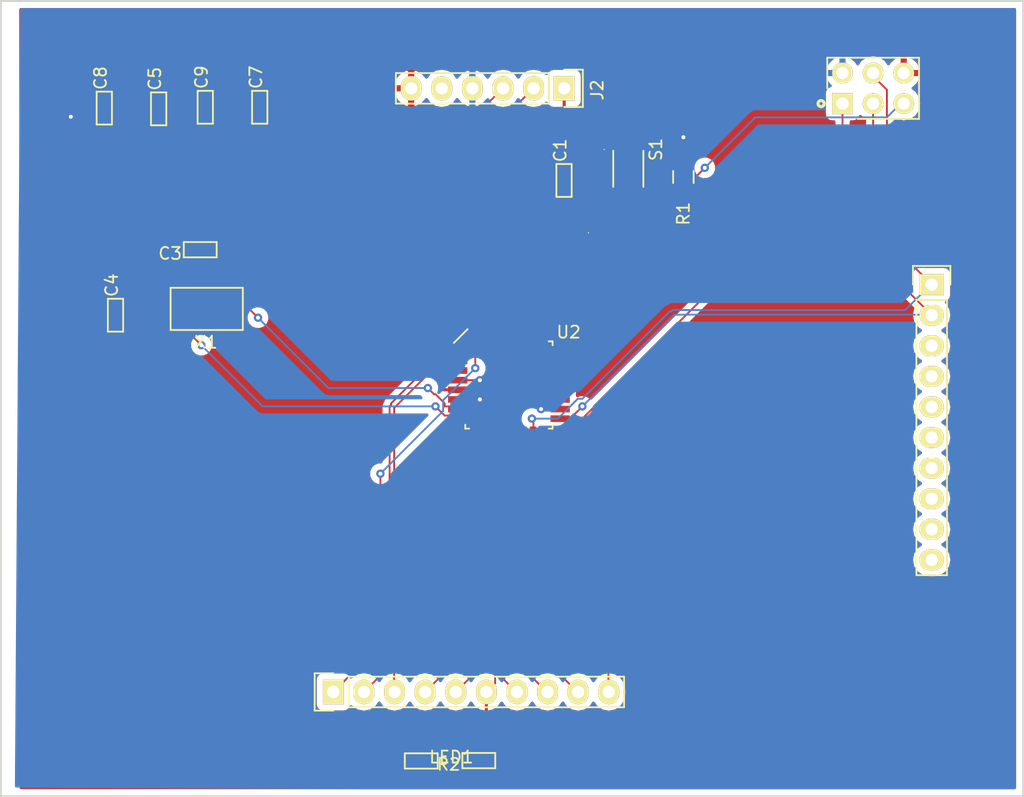
<source format=kicad_pcb>
(kicad_pcb (version 4) (host pcbnew 4.0.6)

  (general
    (links 51)
    (no_connects 0)
    (area 124.383799 50.323799 209.376201 116.526201)
    (thickness 1.6)
    (drawings 6)
    (tracks 224)
    (zones 0)
    (modules 17)
    (nets 40)
  )

  (page USLetter)
  (title_block
    (company "Released under the CERN Open Hardware License v1.2")
    (comment 1 "jenner@wickerbox.net - http://wickerbox.net")
    (comment 2 "Designed by Jenner at Wickerbox Electronics")
  )

  (layers
    (0 F.Cu signal)
    (31 B.Cu signal hide)
    (34 B.Paste user)
    (35 F.Paste user)
    (36 B.SilkS user)
    (37 F.SilkS user)
    (38 B.Mask user)
    (39 F.Mask user)
    (44 Edge.Cuts user)
    (46 B.CrtYd user)
    (47 F.CrtYd user)
    (48 B.Fab user)
    (49 F.Fab user)
  )

  (setup
    (last_trace_width 0.254)
    (user_trace_width 0.1524)
    (user_trace_width 0.254)
    (user_trace_width 0.3302)
    (user_trace_width 0.508)
    (user_trace_width 0.762)
    (user_trace_width 1.27)
    (trace_clearance 0.1524)
    (zone_clearance 0.508)
    (zone_45_only no)
    (trace_min 0.1524)
    (segment_width 0.1524)
    (edge_width 0.1524)
    (via_size 0.6858)
    (via_drill 0.3302)
    (via_min_size 0.6858)
    (via_min_drill 0.3302)
    (user_via 0.6858 0.3302)
    (user_via 0.762 0.4064)
    (user_via 0.8636 0.508)
    (uvia_size 0.762)
    (uvia_drill 0.508)
    (uvias_allowed no)
    (uvia_min_size 0)
    (uvia_min_drill 0)
    (pcb_text_width 0.1524)
    (pcb_text_size 1.016 1.016)
    (mod_edge_width 0.1524)
    (mod_text_size 1.016 1.016)
    (mod_text_width 0.1524)
    (pad_size 1.524 1.524)
    (pad_drill 0.762)
    (pad_to_mask_clearance 0.0762)
    (solder_mask_min_width 0.1016)
    (pad_to_paste_clearance -0.0762)
    (aux_axis_origin 0 0)
    (visible_elements FFFFFFFF)
    (pcbplotparams
      (layerselection 0x310fc_80000001)
      (usegerberextensions true)
      (excludeedgelayer true)
      (linewidth 0.100000)
      (plotframeref false)
      (viasonmask false)
      (mode 1)
      (useauxorigin false)
      (hpglpennumber 1)
      (hpglpenspeed 20)
      (hpglpendiameter 15)
      (hpglpenoverlay 2)
      (psnegative false)
      (psa4output false)
      (plotreference true)
      (plotvalue true)
      (plotinvisibletext false)
      (padsonsilk false)
      (subtractmaskfromsilk false)
      (outputformat 1)
      (mirror false)
      (drillshape 0)
      (scaleselection 1)
      (outputdirectory gerbers))
  )

  (net 0 "")
  (net 1 /~RESET)
  (net 2 /FTDI_RESET)
  (net 3 GND)
  (net 4 "Net-(C3-Pad1)")
  (net 5 "Net-(C4-Pad1)")
  (net 6 +5V)
  (net 7 /D0)
  (net 8 /D1)
  (net 9 "Net-(J2-Pad5)")
  (net 10 /D11)
  (net 11 /D13)
  (net 12 /D12)
  (net 13 /D2)
  (net 14 /D3)
  (net 15 /D4)
  (net 16 /D5)
  (net 17 /D6)
  (net 18 /D7)
  (net 19 /D8)
  (net 20 /D9)
  (net 21 /D10)
  (net 22 "Net-(LED1-Pad2)")
  (net 23 "Net-(J5-Pad3)")
  (net 24 "Net-(J5-Pad4)")
  (net 25 "Net-(J5-Pad5)")
  (net 26 "Net-(J5-Pad6)")
  (net 27 "Net-(J5-Pad7)")
  (net 28 "Net-(J5-Pad8)")
  (net 29 "Net-(J5-Pad9)")
  (net 30 "Net-(J5-Pad10)")
  (net 31 "Net-(U2-Pad19)")
  (net 32 "Net-(U2-Pad20)")
  (net 33 "Net-(U2-Pad22)")
  (net 34 "Net-(U2-Pad23)")
  (net 35 "Net-(U2-Pad24)")
  (net 36 "Net-(U2-Pad25)")
  (net 37 "Net-(U2-Pad26)")
  (net 38 "Net-(U2-Pad27)")
  (net 39 "Net-(U2-Pad28)")

  (net_class Default "This is the default net class."
    (clearance 0.1524)
    (trace_width 0.1524)
    (via_dia 0.6858)
    (via_drill 0.3302)
    (uvia_dia 0.762)
    (uvia_drill 0.508)
    (add_net +5V)
    (add_net /D0)
    (add_net /D1)
    (add_net /D10)
    (add_net /D11)
    (add_net /D12)
    (add_net /D13)
    (add_net /D2)
    (add_net /D3)
    (add_net /D4)
    (add_net /D5)
    (add_net /D6)
    (add_net /D7)
    (add_net /D8)
    (add_net /D9)
    (add_net /FTDI_RESET)
    (add_net /~RESET)
    (add_net GND)
    (add_net "Net-(C3-Pad1)")
    (add_net "Net-(C4-Pad1)")
    (add_net "Net-(J2-Pad5)")
    (add_net "Net-(J5-Pad10)")
    (add_net "Net-(J5-Pad3)")
    (add_net "Net-(J5-Pad4)")
    (add_net "Net-(J5-Pad5)")
    (add_net "Net-(J5-Pad6)")
    (add_net "Net-(J5-Pad7)")
    (add_net "Net-(J5-Pad8)")
    (add_net "Net-(J5-Pad9)")
    (add_net "Net-(LED1-Pad2)")
    (add_net "Net-(U2-Pad19)")
    (add_net "Net-(U2-Pad20)")
    (add_net "Net-(U2-Pad22)")
    (add_net "Net-(U2-Pad23)")
    (add_net "Net-(U2-Pad24)")
    (add_net "Net-(U2-Pad25)")
    (add_net "Net-(U2-Pad26)")
    (add_net "Net-(U2-Pad27)")
    (add_net "Net-(U2-Pad28)")
  )

  (module Wickerlib:TQFP-32-7x7MM-P0.8MM (layer F.Cu) (tedit 587459A6) (tstamp 596EE1E7)
    (at 166.624 82.296)
    (descr "32-Lead Plastic Thin Quad Flatpack (PT) - 7x7x1.0 mm Body, 2.00 mm [TQFP] (see Microchip Packaging Specification 00000049BS.pdf)")
    (tags "QFP 0.8")
    (path /576E8EB9)
    (attr smd)
    (fp_text reference U2 (at 0 0) (layer F.Fab)
      (effects (font (size 1 1) (thickness 0.15)))
    )
    (fp_text value ATMEGA328 (at 0 6.05) (layer F.Fab) hide
      (effects (font (size 1 1) (thickness 0.15)))
    )
    (fp_line (start -3.429 -4.6355) (end -4.572 -3.4925) (layer F.SilkS) (width 0.1524))
    (fp_line (start -5.334 -4.2545) (end -4.0005 -5.334) (layer F.Fab) (width 0.04572))
    (fp_circle (center -4.318 -4.191) (end -4.064 -4.0005) (layer F.Fab) (width 0.1524))
    (fp_line (start 5.334 5.334) (end 5.334 -5.334) (layer F.Fab) (width 0.05))
    (fp_line (start -5.334 5.334) (end 5.334 5.334) (layer F.Fab) (width 0.05))
    (fp_line (start -5.334 -4.2545) (end -5.334 5.334) (layer F.Fab) (width 0.05))
    (fp_line (start 5.334 -5.334) (end -4.0005 -5.334) (layer F.Fab) (width 0.05))
    (fp_text user %R (at 4.953 -4.386 180) (layer F.SilkS)
      (effects (font (size 1 1) (thickness 0.15)))
    )
    (fp_line (start -5.3 -5.3) (end -5.3 5.3) (layer F.CrtYd) (width 0.05))
    (fp_line (start 5.3 -5.3) (end 5.3 5.3) (layer F.CrtYd) (width 0.05))
    (fp_line (start -5.3 -5.3) (end 5.3 -5.3) (layer F.CrtYd) (width 0.05))
    (fp_line (start -5.3 5.3) (end 5.3 5.3) (layer F.CrtYd) (width 0.05))
    (fp_line (start 3.625 -3.625) (end 3.625 -3.3) (layer F.SilkS) (width 0.15))
    (fp_line (start 3.625 3.625) (end 3.625 3.3) (layer F.SilkS) (width 0.15))
    (fp_line (start -3.625 3.625) (end -3.625 3.3) (layer F.SilkS) (width 0.15))
    (fp_line (start -3.625 3.625) (end -3.3 3.625) (layer F.SilkS) (width 0.15))
    (fp_line (start 3.625 3.625) (end 3.3 3.625) (layer F.SilkS) (width 0.15))
    (fp_line (start 3.625 -3.625) (end 3.3 -3.625) (layer F.SilkS) (width 0.15))
    (pad 1 smd rect (at -4.25 -2.8) (size 1.6 0.55) (layers F.Cu F.Paste F.Mask)
      (net 14 /D3))
    (pad 2 smd rect (at -4.25 -2) (size 1.6 0.55) (layers F.Cu F.Paste F.Mask)
      (net 15 /D4))
    (pad 3 smd rect (at -4.25 -1.2) (size 1.6 0.55) (layers F.Cu F.Paste F.Mask)
      (net 3 GND))
    (pad 4 smd rect (at -4.25 -0.4) (size 1.6 0.55) (layers F.Cu F.Paste F.Mask)
      (net 6 +5V))
    (pad 5 smd rect (at -4.25 0.4) (size 1.6 0.55) (layers F.Cu F.Paste F.Mask)
      (net 3 GND))
    (pad 6 smd rect (at -4.25 1.2) (size 1.6 0.55) (layers F.Cu F.Paste F.Mask)
      (net 6 +5V))
    (pad 7 smd rect (at -4.25 2) (size 1.6 0.55) (layers F.Cu F.Paste F.Mask)
      (net 4 "Net-(C3-Pad1)"))
    (pad 8 smd rect (at -4.25 2.8) (size 1.6 0.55) (layers F.Cu F.Paste F.Mask)
      (net 5 "Net-(C4-Pad1)"))
    (pad 9 smd rect (at -2.8 4.25 90) (size 1.6 0.55) (layers F.Cu F.Paste F.Mask)
      (net 16 /D5))
    (pad 10 smd rect (at -2 4.25 90) (size 1.6 0.55) (layers F.Cu F.Paste F.Mask)
      (net 17 /D6))
    (pad 11 smd rect (at -1.2 4.25 90) (size 1.6 0.55) (layers F.Cu F.Paste F.Mask)
      (net 18 /D7))
    (pad 12 smd rect (at -0.4 4.25 90) (size 1.6 0.55) (layers F.Cu F.Paste F.Mask)
      (net 19 /D8))
    (pad 13 smd rect (at 0.4 4.25 90) (size 1.6 0.55) (layers F.Cu F.Paste F.Mask)
      (net 20 /D9))
    (pad 14 smd rect (at 1.2 4.25 90) (size 1.6 0.55) (layers F.Cu F.Paste F.Mask)
      (net 21 /D10))
    (pad 15 smd rect (at 2 4.25 90) (size 1.6 0.55) (layers F.Cu F.Paste F.Mask)
      (net 12 /D12))
    (pad 16 smd rect (at 2.8 4.25 90) (size 1.6 0.55) (layers F.Cu F.Paste F.Mask)
      (net 10 /D11))
    (pad 17 smd rect (at 4.25 2.8) (size 1.6 0.55) (layers F.Cu F.Paste F.Mask)
      (net 11 /D13))
    (pad 18 smd rect (at 4.25 2) (size 1.6 0.55) (layers F.Cu F.Paste F.Mask)
      (net 6 +5V))
    (pad 19 smd rect (at 4.25 1.2) (size 1.6 0.55) (layers F.Cu F.Paste F.Mask)
      (net 31 "Net-(U2-Pad19)"))
    (pad 20 smd rect (at 4.25 0.4) (size 1.6 0.55) (layers F.Cu F.Paste F.Mask)
      (net 32 "Net-(U2-Pad20)"))
    (pad 21 smd rect (at 4.25 -0.4) (size 1.6 0.55) (layers F.Cu F.Paste F.Mask)
      (net 3 GND))
    (pad 22 smd rect (at 4.25 -1.2) (size 1.6 0.55) (layers F.Cu F.Paste F.Mask)
      (net 33 "Net-(U2-Pad22)"))
    (pad 23 smd rect (at 4.25 -2) (size 1.6 0.55) (layers F.Cu F.Paste F.Mask)
      (net 34 "Net-(U2-Pad23)"))
    (pad 24 smd rect (at 4.25 -2.8) (size 1.6 0.55) (layers F.Cu F.Paste F.Mask)
      (net 35 "Net-(U2-Pad24)"))
    (pad 25 smd rect (at 2.8 -4.25 90) (size 1.6 0.55) (layers F.Cu F.Paste F.Mask)
      (net 36 "Net-(U2-Pad25)"))
    (pad 26 smd rect (at 2 -4.25 90) (size 1.6 0.55) (layers F.Cu F.Paste F.Mask)
      (net 37 "Net-(U2-Pad26)"))
    (pad 27 smd rect (at 1.2 -4.25 90) (size 1.6 0.55) (layers F.Cu F.Paste F.Mask)
      (net 38 "Net-(U2-Pad27)"))
    (pad 28 smd rect (at 0.4 -4.25 90) (size 1.6 0.55) (layers F.Cu F.Paste F.Mask)
      (net 39 "Net-(U2-Pad28)"))
    (pad 29 smd rect (at -0.4 -4.25 90) (size 1.6 0.55) (layers F.Cu F.Paste F.Mask)
      (net 1 /~RESET))
    (pad 30 smd rect (at -1.2 -4.25 90) (size 1.6 0.55) (layers F.Cu F.Paste F.Mask)
      (net 7 /D0))
    (pad 31 smd rect (at -2 -4.25 90) (size 1.6 0.55) (layers F.Cu F.Paste F.Mask)
      (net 8 /D1))
    (pad 32 smd rect (at -2.8 -4.25 90) (size 1.6 0.55) (layers F.Cu F.Paste F.Mask)
      (net 13 /D2))
  )

  (module Wickerlib:RLC-0603-SMD (layer F.Cu) (tedit 579029AB) (tstamp 596EDFD8)
    (at 171.196 65.278 90)
    (descr "Capacitor SMD RLC-0603-SMD, reflow soldering, AVX (see smccp.pdf)")
    (tags "capacitor RLC-0603-SMD")
    (path /574C35BF)
    (attr smd)
    (fp_text reference C1 (at 0.09 0.04 90) (layer F.Fab)
      (effects (font (size 0.8 0.8) (thickness 0.15)))
    )
    (fp_text value 100nF (at 0 1.9 90) (layer F.Fab) hide
      (effects (font (size 1 1) (thickness 0.15)))
    )
    (fp_line (start -1.397 -0.635) (end -1.397 0.635) (layer F.SilkS) (width 0.1524))
    (fp_line (start 1.3335 -0.635) (end 1.3335 0.635) (layer F.SilkS) (width 0.1524))
    (fp_text user %R (at 2.4645 -0.3175 90) (layer F.SilkS)
      (effects (font (size 1 1) (thickness 0.15)))
    )
    (fp_line (start -1.45 -0.75) (end 1.45 -0.75) (layer F.Fab) (width 0.05))
    (fp_line (start -1.45 0.75) (end 1.45 0.75) (layer F.CrtYd) (width 0.05))
    (fp_line (start -1.45 -0.75) (end -1.45 0.75) (layer F.CrtYd) (width 0.05))
    (fp_line (start 1.45 -0.75) (end 1.45 0.75) (layer F.CrtYd) (width 0.05))
    (fp_line (start -1.397 -0.635) (end 1.3335 -0.635) (layer F.SilkS) (width 0.15))
    (fp_line (start 1.3335 0.635) (end -1.397 0.635) (layer F.SilkS) (width 0.15))
    (fp_line (start -1.45 -0.75) (end 1.45 -0.75) (layer F.CrtYd) (width 0.05))
    (fp_line (start -1.45 -0.75) (end -1.45 0.75) (layer F.Fab) (width 0.05))
    (fp_line (start 1.45 -0.75) (end 1.45 0.75) (layer F.Fab) (width 0.05))
    (fp_line (start -1.45 0.75) (end 1.45 0.75) (layer F.Fab) (width 0.05))
    (pad 1 smd rect (at -0.75 0 90) (size 0.8 0.75) (layers F.Cu F.Paste F.Mask)
      (net 1 /~RESET))
    (pad 2 smd rect (at 0.75 0 90) (size 0.8 0.75) (layers F.Cu F.Paste F.Mask)
      (net 2 /FTDI_RESET))
  )

  (module Wickerlib:RLC-0603-SMD (layer F.Cu) (tedit 579029AB) (tstamp 596EDFFC)
    (at 140.97 71.06 180)
    (descr "Capacitor SMD RLC-0603-SMD, reflow soldering, AVX (see smccp.pdf)")
    (tags "capacitor RLC-0603-SMD")
    (path /572E903D)
    (attr smd)
    (fp_text reference C3 (at 0.09 0.04 180) (layer F.Fab)
      (effects (font (size 0.8 0.8) (thickness 0.15)))
    )
    (fp_text value 22pF (at 0 1.9 180) (layer F.Fab) hide
      (effects (font (size 1 1) (thickness 0.15)))
    )
    (fp_line (start -1.397 -0.635) (end -1.397 0.635) (layer F.SilkS) (width 0.1524))
    (fp_line (start 1.3335 -0.635) (end 1.3335 0.635) (layer F.SilkS) (width 0.1524))
    (fp_text user %R (at 2.4645 -0.3175 180) (layer F.SilkS)
      (effects (font (size 1 1) (thickness 0.15)))
    )
    (fp_line (start -1.45 -0.75) (end 1.45 -0.75) (layer F.Fab) (width 0.05))
    (fp_line (start -1.45 0.75) (end 1.45 0.75) (layer F.CrtYd) (width 0.05))
    (fp_line (start -1.45 -0.75) (end -1.45 0.75) (layer F.CrtYd) (width 0.05))
    (fp_line (start 1.45 -0.75) (end 1.45 0.75) (layer F.CrtYd) (width 0.05))
    (fp_line (start -1.397 -0.635) (end 1.3335 -0.635) (layer F.SilkS) (width 0.15))
    (fp_line (start 1.3335 0.635) (end -1.397 0.635) (layer F.SilkS) (width 0.15))
    (fp_line (start -1.45 -0.75) (end 1.45 -0.75) (layer F.CrtYd) (width 0.05))
    (fp_line (start -1.45 -0.75) (end -1.45 0.75) (layer F.Fab) (width 0.05))
    (fp_line (start 1.45 -0.75) (end 1.45 0.75) (layer F.Fab) (width 0.05))
    (fp_line (start -1.45 0.75) (end 1.45 0.75) (layer F.Fab) (width 0.05))
    (pad 1 smd rect (at -0.75 0 180) (size 0.8 0.75) (layers F.Cu F.Paste F.Mask)
      (net 4 "Net-(C3-Pad1)"))
    (pad 2 smd rect (at 0.75 0 180) (size 0.8 0.75) (layers F.Cu F.Paste F.Mask)
      (net 3 GND))
  )

  (module Wickerlib:RLC-0603-SMD (layer F.Cu) (tedit 579029AB) (tstamp 596EE00F)
    (at 133.97 76.47 90)
    (descr "Capacitor SMD RLC-0603-SMD, reflow soldering, AVX (see smccp.pdf)")
    (tags "capacitor RLC-0603-SMD")
    (path /572E904B)
    (attr smd)
    (fp_text reference C4 (at 0.09 0.04 90) (layer F.Fab)
      (effects (font (size 0.8 0.8) (thickness 0.15)))
    )
    (fp_text value 22pF (at 0 1.9 90) (layer F.Fab) hide
      (effects (font (size 1 1) (thickness 0.15)))
    )
    (fp_line (start -1.397 -0.635) (end -1.397 0.635) (layer F.SilkS) (width 0.1524))
    (fp_line (start 1.3335 -0.635) (end 1.3335 0.635) (layer F.SilkS) (width 0.1524))
    (fp_text user %R (at 2.4645 -0.3175 90) (layer F.SilkS)
      (effects (font (size 1 1) (thickness 0.15)))
    )
    (fp_line (start -1.45 -0.75) (end 1.45 -0.75) (layer F.Fab) (width 0.05))
    (fp_line (start -1.45 0.75) (end 1.45 0.75) (layer F.CrtYd) (width 0.05))
    (fp_line (start -1.45 -0.75) (end -1.45 0.75) (layer F.CrtYd) (width 0.05))
    (fp_line (start 1.45 -0.75) (end 1.45 0.75) (layer F.CrtYd) (width 0.05))
    (fp_line (start -1.397 -0.635) (end 1.3335 -0.635) (layer F.SilkS) (width 0.15))
    (fp_line (start 1.3335 0.635) (end -1.397 0.635) (layer F.SilkS) (width 0.15))
    (fp_line (start -1.45 -0.75) (end 1.45 -0.75) (layer F.CrtYd) (width 0.05))
    (fp_line (start -1.45 -0.75) (end -1.45 0.75) (layer F.Fab) (width 0.05))
    (fp_line (start 1.45 -0.75) (end 1.45 0.75) (layer F.Fab) (width 0.05))
    (fp_line (start -1.45 0.75) (end 1.45 0.75) (layer F.Fab) (width 0.05))
    (pad 1 smd rect (at -0.75 0 90) (size 0.8 0.75) (layers F.Cu F.Paste F.Mask)
      (net 5 "Net-(C4-Pad1)"))
    (pad 2 smd rect (at 0.75 0 90) (size 0.8 0.75) (layers F.Cu F.Paste F.Mask)
      (net 3 GND))
  )

  (module Wickerlib:RLC-0603-SMD (layer F.Cu) (tedit 579029AB) (tstamp 596EE022)
    (at 137.55 59.33 90)
    (descr "Capacitor SMD RLC-0603-SMD, reflow soldering, AVX (see smccp.pdf)")
    (tags "capacitor RLC-0603-SMD")
    (path /576DE533)
    (attr smd)
    (fp_text reference C5 (at 0.09 0.04 90) (layer F.Fab)
      (effects (font (size 0.8 0.8) (thickness 0.15)))
    )
    (fp_text value 100nF (at 0 1.9 90) (layer F.Fab) hide
      (effects (font (size 1 1) (thickness 0.15)))
    )
    (fp_line (start -1.397 -0.635) (end -1.397 0.635) (layer F.SilkS) (width 0.1524))
    (fp_line (start 1.3335 -0.635) (end 1.3335 0.635) (layer F.SilkS) (width 0.1524))
    (fp_text user %R (at 2.4645 -0.3175 90) (layer F.SilkS)
      (effects (font (size 1 1) (thickness 0.15)))
    )
    (fp_line (start -1.45 -0.75) (end 1.45 -0.75) (layer F.Fab) (width 0.05))
    (fp_line (start -1.45 0.75) (end 1.45 0.75) (layer F.CrtYd) (width 0.05))
    (fp_line (start -1.45 -0.75) (end -1.45 0.75) (layer F.CrtYd) (width 0.05))
    (fp_line (start 1.45 -0.75) (end 1.45 0.75) (layer F.CrtYd) (width 0.05))
    (fp_line (start -1.397 -0.635) (end 1.3335 -0.635) (layer F.SilkS) (width 0.15))
    (fp_line (start 1.3335 0.635) (end -1.397 0.635) (layer F.SilkS) (width 0.15))
    (fp_line (start -1.45 -0.75) (end 1.45 -0.75) (layer F.CrtYd) (width 0.05))
    (fp_line (start -1.45 -0.75) (end -1.45 0.75) (layer F.Fab) (width 0.05))
    (fp_line (start 1.45 -0.75) (end 1.45 0.75) (layer F.Fab) (width 0.05))
    (fp_line (start -1.45 0.75) (end 1.45 0.75) (layer F.Fab) (width 0.05))
    (pad 1 smd rect (at -0.75 0 90) (size 0.8 0.75) (layers F.Cu F.Paste F.Mask)
      (net 6 +5V))
    (pad 2 smd rect (at 0.75 0 90) (size 0.8 0.75) (layers F.Cu F.Paste F.Mask)
      (net 3 GND))
  )

  (module Wickerlib:RLC-0603-SMD (layer F.Cu) (tedit 579029AB) (tstamp 596EE046)
    (at 145.94 59.2 90)
    (descr "Capacitor SMD RLC-0603-SMD, reflow soldering, AVX (see smccp.pdf)")
    (tags "capacitor RLC-0603-SMD")
    (path /57327818)
    (attr smd)
    (fp_text reference C7 (at 0.09 0.04 90) (layer F.Fab)
      (effects (font (size 0.8 0.8) (thickness 0.15)))
    )
    (fp_text value 100nF (at 0 1.9 90) (layer F.Fab) hide
      (effects (font (size 1 1) (thickness 0.15)))
    )
    (fp_line (start -1.397 -0.635) (end -1.397 0.635) (layer F.SilkS) (width 0.1524))
    (fp_line (start 1.3335 -0.635) (end 1.3335 0.635) (layer F.SilkS) (width 0.1524))
    (fp_text user %R (at 2.4645 -0.3175 90) (layer F.SilkS)
      (effects (font (size 1 1) (thickness 0.15)))
    )
    (fp_line (start -1.45 -0.75) (end 1.45 -0.75) (layer F.Fab) (width 0.05))
    (fp_line (start -1.45 0.75) (end 1.45 0.75) (layer F.CrtYd) (width 0.05))
    (fp_line (start -1.45 -0.75) (end -1.45 0.75) (layer F.CrtYd) (width 0.05))
    (fp_line (start 1.45 -0.75) (end 1.45 0.75) (layer F.CrtYd) (width 0.05))
    (fp_line (start -1.397 -0.635) (end 1.3335 -0.635) (layer F.SilkS) (width 0.15))
    (fp_line (start 1.3335 0.635) (end -1.397 0.635) (layer F.SilkS) (width 0.15))
    (fp_line (start -1.45 -0.75) (end 1.45 -0.75) (layer F.CrtYd) (width 0.05))
    (fp_line (start -1.45 -0.75) (end -1.45 0.75) (layer F.Fab) (width 0.05))
    (fp_line (start 1.45 -0.75) (end 1.45 0.75) (layer F.Fab) (width 0.05))
    (fp_line (start -1.45 0.75) (end 1.45 0.75) (layer F.Fab) (width 0.05))
    (pad 1 smd rect (at -0.75 0 90) (size 0.8 0.75) (layers F.Cu F.Paste F.Mask)
      (net 6 +5V))
    (pad 2 smd rect (at 0.75 0 90) (size 0.8 0.75) (layers F.Cu F.Paste F.Mask)
      (net 3 GND))
  )

  (module Wickerlib:RLC-0603-SMD (layer F.Cu) (tedit 579029AB) (tstamp 596EE059)
    (at 133.04 59.27 90)
    (descr "Capacitor SMD RLC-0603-SMD, reflow soldering, AVX (see smccp.pdf)")
    (tags "capacitor RLC-0603-SMD")
    (path /57327B4E)
    (attr smd)
    (fp_text reference C8 (at 0.09 0.04 90) (layer F.Fab)
      (effects (font (size 0.8 0.8) (thickness 0.15)))
    )
    (fp_text value 100nF (at 0 1.9 90) (layer F.Fab) hide
      (effects (font (size 1 1) (thickness 0.15)))
    )
    (fp_line (start -1.397 -0.635) (end -1.397 0.635) (layer F.SilkS) (width 0.1524))
    (fp_line (start 1.3335 -0.635) (end 1.3335 0.635) (layer F.SilkS) (width 0.1524))
    (fp_text user %R (at 2.4645 -0.3175 90) (layer F.SilkS)
      (effects (font (size 1 1) (thickness 0.15)))
    )
    (fp_line (start -1.45 -0.75) (end 1.45 -0.75) (layer F.Fab) (width 0.05))
    (fp_line (start -1.45 0.75) (end 1.45 0.75) (layer F.CrtYd) (width 0.05))
    (fp_line (start -1.45 -0.75) (end -1.45 0.75) (layer F.CrtYd) (width 0.05))
    (fp_line (start 1.45 -0.75) (end 1.45 0.75) (layer F.CrtYd) (width 0.05))
    (fp_line (start -1.397 -0.635) (end 1.3335 -0.635) (layer F.SilkS) (width 0.15))
    (fp_line (start 1.3335 0.635) (end -1.397 0.635) (layer F.SilkS) (width 0.15))
    (fp_line (start -1.45 -0.75) (end 1.45 -0.75) (layer F.CrtYd) (width 0.05))
    (fp_line (start -1.45 -0.75) (end -1.45 0.75) (layer F.Fab) (width 0.05))
    (fp_line (start 1.45 -0.75) (end 1.45 0.75) (layer F.Fab) (width 0.05))
    (fp_line (start -1.45 0.75) (end 1.45 0.75) (layer F.Fab) (width 0.05))
    (pad 1 smd rect (at -0.75 0 90) (size 0.8 0.75) (layers F.Cu F.Paste F.Mask)
      (net 6 +5V))
    (pad 2 smd rect (at 0.75 0 90) (size 0.8 0.75) (layers F.Cu F.Paste F.Mask)
      (net 3 GND))
  )

  (module Wickerlib:RLC-0603-SMD (layer F.Cu) (tedit 579029AB) (tstamp 596EE06C)
    (at 141.42 59.2 90)
    (descr "Capacitor SMD RLC-0603-SMD, reflow soldering, AVX (see smccp.pdf)")
    (tags "capacitor RLC-0603-SMD")
    (path /57327C88)
    (attr smd)
    (fp_text reference C9 (at 0.09 0.04 90) (layer F.Fab)
      (effects (font (size 0.8 0.8) (thickness 0.15)))
    )
    (fp_text value 100nF (at 0 1.9 90) (layer F.Fab) hide
      (effects (font (size 1 1) (thickness 0.15)))
    )
    (fp_line (start -1.397 -0.635) (end -1.397 0.635) (layer F.SilkS) (width 0.1524))
    (fp_line (start 1.3335 -0.635) (end 1.3335 0.635) (layer F.SilkS) (width 0.1524))
    (fp_text user %R (at 2.4645 -0.3175 90) (layer F.SilkS)
      (effects (font (size 1 1) (thickness 0.15)))
    )
    (fp_line (start -1.45 -0.75) (end 1.45 -0.75) (layer F.Fab) (width 0.05))
    (fp_line (start -1.45 0.75) (end 1.45 0.75) (layer F.CrtYd) (width 0.05))
    (fp_line (start -1.45 -0.75) (end -1.45 0.75) (layer F.CrtYd) (width 0.05))
    (fp_line (start 1.45 -0.75) (end 1.45 0.75) (layer F.CrtYd) (width 0.05))
    (fp_line (start -1.397 -0.635) (end 1.3335 -0.635) (layer F.SilkS) (width 0.15))
    (fp_line (start 1.3335 0.635) (end -1.397 0.635) (layer F.SilkS) (width 0.15))
    (fp_line (start -1.45 -0.75) (end 1.45 -0.75) (layer F.CrtYd) (width 0.05))
    (fp_line (start -1.45 -0.75) (end -1.45 0.75) (layer F.Fab) (width 0.05))
    (fp_line (start 1.45 -0.75) (end 1.45 0.75) (layer F.Fab) (width 0.05))
    (fp_line (start -1.45 0.75) (end 1.45 0.75) (layer F.Fab) (width 0.05))
    (pad 1 smd rect (at -0.75 0 90) (size 0.8 0.75) (layers F.Cu F.Paste F.Mask)
      (net 6 +5V))
    (pad 2 smd rect (at 0.75 0 90) (size 0.8 0.75) (layers F.Cu F.Paste F.Mask)
      (net 3 GND))
  )

  (module Wickerlib:CONN-HEADER-STRAIGHT-P2.54MM-1x06 (layer F.Cu) (tedit 58155E08) (tstamp 596EE0F8)
    (at 171.21 57.66 270)
    (descr "Through hole pin header")
    (tags "pin header")
    (path /574C434D)
    (fp_text reference J2 (at -0.01 6.35 360) (layer F.Fab)
      (effects (font (size 2.032 2.032) (thickness 0.254)))
    )
    (fp_text value FTDI (at -2.63 6.86 360) (layer F.Fab) hide
      (effects (font (size 1 1) (thickness 0.15)))
    )
    (fp_text user %R (at 0.14 -2.74 450) (layer F.SilkS)
      (effects (font (size 1 1) (thickness 0.15)))
    )
    (fp_line (start -1.75 -1.75) (end -1.75 14.45) (layer F.CrtYd) (width 0.05))
    (fp_line (start 1.75 -1.75) (end 1.75 14.45) (layer F.CrtYd) (width 0.05))
    (fp_line (start -1.75 -1.75) (end 1.75 -1.75) (layer F.CrtYd) (width 0.05))
    (fp_line (start -1.75 14.45) (end 1.75 14.45) (layer F.CrtYd) (width 0.05))
    (fp_line (start 1.27 1.27) (end 1.27 13.97) (layer F.SilkS) (width 0.15))
    (fp_line (start 1.27 13.97) (end -1.27 13.97) (layer F.SilkS) (width 0.15))
    (fp_line (start -1.27 13.97) (end -1.27 1.27) (layer F.SilkS) (width 0.15))
    (fp_line (start 1.55 -1.55) (end 1.55 0) (layer F.SilkS) (width 0.15))
    (fp_line (start 1.27 1.27) (end -1.27 1.27) (layer F.SilkS) (width 0.15))
    (fp_line (start -1.55 0) (end -1.55 -1.55) (layer F.SilkS) (width 0.15))
    (fp_line (start -1.55 -1.55) (end 1.55 -1.55) (layer F.SilkS) (width 0.15))
    (fp_line (start -1.75 -1.75) (end -1.75 14.45) (layer F.Fab) (width 0.05))
    (fp_line (start -1.76 -1.74) (end 1.74 -1.74) (layer F.Fab) (width 0.05))
    (fp_line (start 1.73 -1.76) (end 1.73 14.44) (layer F.Fab) (width 0.05))
    (fp_line (start -1.77 14.43) (end 1.73 14.43) (layer F.Fab) (width 0.05))
    (pad 1 thru_hole rect (at 0 0 270) (size 2.032 1.7272) (drill 1.016) (layers *.Cu *.Mask F.SilkS)
      (net 2 /FTDI_RESET))
    (pad 2 thru_hole oval (at 0 2.54 270) (size 2.032 1.7272) (drill 1.016) (layers *.Cu *.Mask F.SilkS)
      (net 7 /D0))
    (pad 3 thru_hole oval (at 0 5.08 270) (size 2.032 1.7272) (drill 1.016) (layers *.Cu *.Mask F.SilkS)
      (net 8 /D1))
    (pad 4 thru_hole oval (at 0 7.62 270) (size 2.032 1.7272) (drill 1.016) (layers *.Cu *.Mask F.SilkS)
      (net 6 +5V))
    (pad 5 thru_hole oval (at 0 10.16 270) (size 2.032 1.7272) (drill 1.016) (layers *.Cu *.Mask F.SilkS)
      (net 9 "Net-(J2-Pad5)"))
    (pad 6 thru_hole oval (at 0 12.7 270) (size 2.032 1.7272) (drill 1.016) (layers *.Cu *.Mask F.SilkS)
      (net 3 GND))
  )

  (module Wickerlib:CONN-HEADER-STRAIGHT-P2.54MM-2x03 (layer F.Cu) (tedit 589D56B3) (tstamp 596EE112)
    (at 194.31 58.928 90)
    (descr "Through hole pin header")
    (tags "pin header")
    (path /5745627C)
    (fp_text reference J3 (at 1.27 2.54 90) (layer F.Fab)
      (effects (font (size 1 1) (thickness 0.15)))
    )
    (fp_text value ISP-2560 (at 3.556 2.794 180) (layer F.Fab) hide
      (effects (font (size 1 1) (thickness 0.15)))
    )
    (fp_circle (center 0 -1.778) (end 0.254 -1.778) (layer F.SilkS) (width 0.254))
    (fp_text user %R (at -0.254 -2.54 90) (layer F.SilkS) hide
      (effects (font (size 1 1) (thickness 0.15)))
    )
    (fp_line (start 4.318 6.858) (end 4.318 -1.778) (layer F.Fab) (width 0.05))
    (fp_line (start -1.778 6.858) (end 4.318 6.858) (layer F.Fab) (width 0.05))
    (fp_line (start -1.778 -1.778) (end -1.778 6.858) (layer F.Fab) (width 0.05))
    (fp_line (start 4.318 -1.778) (end -1.778 -1.778) (layer F.Fab) (width 0.05))
    (fp_circle (center 0 0) (end 0 0.254) (layer F.Fab) (width 0.2))
    (fp_line (start -1.27 1.27) (end -1.27 6.35) (layer F.SilkS) (width 0.15))
    (fp_line (start -1.75 -1.75) (end -1.75 6.85) (layer F.CrtYd) (width 0.05))
    (fp_line (start 4.3 -1.75) (end 4.3 6.85) (layer F.CrtYd) (width 0.05))
    (fp_line (start -1.75 -1.75) (end 4.3 -1.75) (layer F.CrtYd) (width 0.05))
    (fp_line (start -1.75 6.85) (end 4.3 6.85) (layer F.CrtYd) (width 0.05))
    (fp_line (start -1.27 6.35) (end 3.81 6.35) (layer F.SilkS) (width 0.15))
    (fp_line (start 3.81 6.35) (end 3.81 1.27) (layer F.SilkS) (width 0.15))
    (fp_line (start 3.81 -1.27) (end 1.27 -1.27) (layer F.SilkS) (width 0.15))
    (fp_line (start 3.81 1.27) (end 3.81 -1.27) (layer F.SilkS) (width 0.15))
    (pad 1 thru_hole rect (at 0 0 90) (size 1.7272 1.7272) (drill 1.016) (layers *.Cu *.Mask F.SilkS)
      (net 10 /D11))
    (pad 2 thru_hole oval (at 2.54 0 90) (size 1.7272 1.7272) (drill 1.016) (layers *.Cu *.Mask F.SilkS)
      (net 6 +5V))
    (pad 3 thru_hole oval (at 0 2.54 90) (size 1.7272 1.7272) (drill 1.016) (layers *.Cu *.Mask F.SilkS)
      (net 11 /D13))
    (pad 4 thru_hole oval (at 2.54 2.54 90) (size 1.7272 1.7272) (drill 1.016) (layers *.Cu *.Mask F.SilkS)
      (net 12 /D12))
    (pad 5 thru_hole oval (at 0 5.08 90) (size 1.7272 1.7272) (drill 1.016) (layers *.Cu *.Mask F.SilkS)
      (net 1 /~RESET))
    (pad 6 thru_hole oval (at 2.54 5.08 90) (size 1.7272 1.7272) (drill 1.016) (layers *.Cu *.Mask F.SilkS)
      (net 3 GND))
  )

  (module Wickerlib:CONN-HEADER-STRAIGHT-P2.54MM-1x10 (layer F.Cu) (tedit 58155EC8) (tstamp 596EE12F)
    (at 152.05 107.79 90)
    (descr "Through hole pin header")
    (tags "pin header")
    (path /5774BCA1)
    (fp_text reference J4 (at 0.1 11.5 180) (layer F.Fab)
      (effects (font (size 2.032 2.032) (thickness 0.254)))
    )
    (fp_text value DIGOUT1 (at -3 11 180) (layer F.Fab) hide
      (effects (font (size 1 1) (thickness 0.15)))
    )
    (fp_line (start -1.8 24.7) (end -1.8 -1.8) (layer F.Fab) (width 0.0508))
    (fp_line (start 1.8 24.7) (end -1.8 24.7) (layer F.Fab) (width 0.0508))
    (fp_line (start 1.8 -1.8) (end 1.8 24.7) (layer F.Fab) (width 0.0508))
    (fp_line (start -1.8 -1.8) (end 1.8 -1.8) (layer F.Fab) (width 0.0508))
    (fp_line (start -1.75 -1.75) (end -1.75 24.65) (layer F.CrtYd) (width 0.05))
    (fp_line (start 1.75 -1.75) (end 1.75 24.65) (layer F.CrtYd) (width 0.05))
    (fp_line (start -1.75 -1.75) (end 1.75 -1.75) (layer F.CrtYd) (width 0.05))
    (fp_line (start -1.75 24.65) (end 1.75 24.65) (layer F.CrtYd) (width 0.05))
    (fp_line (start 1.27 1.27) (end 1.27 24.13) (layer F.SilkS) (width 0.15))
    (fp_line (start 1.27 24.13) (end -1.27 24.13) (layer F.SilkS) (width 0.15))
    (fp_line (start -1.27 24.13) (end -1.27 1.27) (layer F.SilkS) (width 0.15))
    (fp_line (start 1.55 -1.55) (end 1.55 0) (layer F.SilkS) (width 0.15))
    (fp_line (start 1.27 1.27) (end -1.27 1.27) (layer F.SilkS) (width 0.15))
    (fp_line (start -1.55 0) (end -1.55 -1.55) (layer F.SilkS) (width 0.15))
    (fp_line (start -1.55 -1.55) (end 1.55 -1.55) (layer F.SilkS) (width 0.15))
    (pad 1 thru_hole rect (at 0 0 90) (size 2.032 1.7272) (drill 1.016) (layers *.Cu *.Mask F.SilkS)
      (net 13 /D2))
    (pad 2 thru_hole oval (at 0 2.54 90) (size 2.032 1.7272) (drill 1.016) (layers *.Cu *.Mask F.SilkS)
      (net 14 /D3))
    (pad 3 thru_hole oval (at 0 5.08 90) (size 2.032 1.7272) (drill 1.016) (layers *.Cu *.Mask F.SilkS)
      (net 15 /D4))
    (pad 4 thru_hole oval (at 0 7.62 90) (size 2.032 1.7272) (drill 1.016) (layers *.Cu *.Mask F.SilkS)
      (net 16 /D5))
    (pad 5 thru_hole oval (at 0 10.16 90) (size 2.032 1.7272) (drill 1.016) (layers *.Cu *.Mask F.SilkS)
      (net 17 /D6))
    (pad 6 thru_hole oval (at 0 12.7 90) (size 2.032 1.7272) (drill 1.016) (layers *.Cu *.Mask F.SilkS)
      (net 18 /D7))
    (pad 7 thru_hole oval (at 0 15.24 90) (size 2.032 1.7272) (drill 1.016) (layers *.Cu *.Mask F.SilkS)
      (net 19 /D8))
    (pad 8 thru_hole oval (at 0 17.78 90) (size 2.032 1.7272) (drill 1.016) (layers *.Cu *.Mask F.SilkS)
      (net 20 /D9))
    (pad 9 thru_hole oval (at 0 20.32 90) (size 2.032 1.7272) (drill 1.016) (layers *.Cu *.Mask F.SilkS)
      (net 21 /D10))
    (pad 10 thru_hole oval (at 0 22.86 90) (size 2.032 1.7272) (drill 1.016) (layers *.Cu *.Mask F.SilkS)
      (net 10 /D11))
  )

  (module Wickerlib:CONN-HEADER-STRAIGHT-P2.54MM-1x10 (layer F.Cu) (tedit 58155EC8) (tstamp 596EE14C)
    (at 201.71 73.96)
    (descr "Through hole pin header")
    (tags "pin header")
    (path /5774BD30)
    (fp_text reference J5 (at 0.1 11.5 90) (layer F.Fab)
      (effects (font (size 2.032 2.032) (thickness 0.254)))
    )
    (fp_text value DIGOUT2 (at -3 11 90) (layer F.Fab) hide
      (effects (font (size 1 1) (thickness 0.15)))
    )
    (fp_line (start -1.8 24.7) (end -1.8 -1.8) (layer F.Fab) (width 0.0508))
    (fp_line (start 1.8 24.7) (end -1.8 24.7) (layer F.Fab) (width 0.0508))
    (fp_line (start 1.8 -1.8) (end 1.8 24.7) (layer F.Fab) (width 0.0508))
    (fp_line (start -1.8 -1.8) (end 1.8 -1.8) (layer F.Fab) (width 0.0508))
    (fp_line (start -1.75 -1.75) (end -1.75 24.65) (layer F.CrtYd) (width 0.05))
    (fp_line (start 1.75 -1.75) (end 1.75 24.65) (layer F.CrtYd) (width 0.05))
    (fp_line (start -1.75 -1.75) (end 1.75 -1.75) (layer F.CrtYd) (width 0.05))
    (fp_line (start -1.75 24.65) (end 1.75 24.65) (layer F.CrtYd) (width 0.05))
    (fp_line (start 1.27 1.27) (end 1.27 24.13) (layer F.SilkS) (width 0.15))
    (fp_line (start 1.27 24.13) (end -1.27 24.13) (layer F.SilkS) (width 0.15))
    (fp_line (start -1.27 24.13) (end -1.27 1.27) (layer F.SilkS) (width 0.15))
    (fp_line (start 1.55 -1.55) (end 1.55 0) (layer F.SilkS) (width 0.15))
    (fp_line (start 1.27 1.27) (end -1.27 1.27) (layer F.SilkS) (width 0.15))
    (fp_line (start -1.55 0) (end -1.55 -1.55) (layer F.SilkS) (width 0.15))
    (fp_line (start -1.55 -1.55) (end 1.55 -1.55) (layer F.SilkS) (width 0.15))
    (pad 1 thru_hole rect (at 0 0) (size 2.032 1.7272) (drill 1.016) (layers *.Cu *.Mask F.SilkS)
      (net 12 /D12))
    (pad 2 thru_hole oval (at 0 2.54) (size 2.032 1.7272) (drill 1.016) (layers *.Cu *.Mask F.SilkS)
      (net 11 /D13))
    (pad 3 thru_hole oval (at 0 5.08) (size 2.032 1.7272) (drill 1.016) (layers *.Cu *.Mask F.SilkS)
      (net 23 "Net-(J5-Pad3)"))
    (pad 4 thru_hole oval (at 0 7.62) (size 2.032 1.7272) (drill 1.016) (layers *.Cu *.Mask F.SilkS)
      (net 24 "Net-(J5-Pad4)"))
    (pad 5 thru_hole oval (at 0 10.16) (size 2.032 1.7272) (drill 1.016) (layers *.Cu *.Mask F.SilkS)
      (net 25 "Net-(J5-Pad5)"))
    (pad 6 thru_hole oval (at 0 12.7) (size 2.032 1.7272) (drill 1.016) (layers *.Cu *.Mask F.SilkS)
      (net 26 "Net-(J5-Pad6)"))
    (pad 7 thru_hole oval (at 0 15.24) (size 2.032 1.7272) (drill 1.016) (layers *.Cu *.Mask F.SilkS)
      (net 27 "Net-(J5-Pad7)"))
    (pad 8 thru_hole oval (at 0 17.78) (size 2.032 1.7272) (drill 1.016) (layers *.Cu *.Mask F.SilkS)
      (net 28 "Net-(J5-Pad8)"))
    (pad 9 thru_hole oval (at 0 20.32) (size 2.032 1.7272) (drill 1.016) (layers *.Cu *.Mask F.SilkS)
      (net 29 "Net-(J5-Pad9)"))
    (pad 10 thru_hole oval (at 0 22.86) (size 2.032 1.7272) (drill 1.016) (layers *.Cu *.Mask F.SilkS)
      (net 30 "Net-(J5-Pad10)"))
  )

  (module Wickerlib:RLC-0603-SMD (layer F.Cu) (tedit 579029AB) (tstamp 596EE15F)
    (at 159.38 113.52)
    (descr "Capacitor SMD RLC-0603-SMD, reflow soldering, AVX (see smccp.pdf)")
    (tags "capacitor RLC-0603-SMD")
    (path /576B0DE7)
    (attr smd)
    (fp_text reference LED1 (at 0.09 0.04) (layer F.Fab)
      (effects (font (size 0.8 0.8) (thickness 0.15)))
    )
    (fp_text value AMBER (at 0 1.9) (layer F.Fab) hide
      (effects (font (size 1 1) (thickness 0.15)))
    )
    (fp_line (start -1.397 -0.635) (end -1.397 0.635) (layer F.SilkS) (width 0.1524))
    (fp_line (start 1.3335 -0.635) (end 1.3335 0.635) (layer F.SilkS) (width 0.1524))
    (fp_text user %R (at 2.4645 -0.3175) (layer F.SilkS)
      (effects (font (size 1 1) (thickness 0.15)))
    )
    (fp_line (start -1.45 -0.75) (end 1.45 -0.75) (layer F.Fab) (width 0.05))
    (fp_line (start -1.45 0.75) (end 1.45 0.75) (layer F.CrtYd) (width 0.05))
    (fp_line (start -1.45 -0.75) (end -1.45 0.75) (layer F.CrtYd) (width 0.05))
    (fp_line (start 1.45 -0.75) (end 1.45 0.75) (layer F.CrtYd) (width 0.05))
    (fp_line (start -1.397 -0.635) (end 1.3335 -0.635) (layer F.SilkS) (width 0.15))
    (fp_line (start 1.3335 0.635) (end -1.397 0.635) (layer F.SilkS) (width 0.15))
    (fp_line (start -1.45 -0.75) (end 1.45 -0.75) (layer F.CrtYd) (width 0.05))
    (fp_line (start -1.45 -0.75) (end -1.45 0.75) (layer F.Fab) (width 0.05))
    (fp_line (start 1.45 -0.75) (end 1.45 0.75) (layer F.Fab) (width 0.05))
    (fp_line (start -1.45 0.75) (end 1.45 0.75) (layer F.Fab) (width 0.05))
    (pad 1 smd rect (at -0.75 0) (size 0.8 0.75) (layers F.Cu F.Paste F.Mask)
      (net 3 GND))
    (pad 2 smd rect (at 0.75 0) (size 0.8 0.75) (layers F.Cu F.Paste F.Mask)
      (net 22 "Net-(LED1-Pad2)"))
  )

  (module Wickerlib:RLC-0805-SMD (layer F.Cu) (tedit 57904162) (tstamp 596EE170)
    (at 181.102 65.024 270)
    (descr "Capacitor SMD RLC-0805-SMD, reflow soldering, AVX (see smccp.pdf)")
    (tags "capacitor RLC-0805-SMD")
    (path /572E90A9)
    (attr smd)
    (fp_text reference R1 (at 0 0 450) (layer F.Fab)
      (effects (font (size 1 1) (thickness 0.15)))
    )
    (fp_text value 10K (at 0 0 270) (layer F.Fab) hide
      (effects (font (size 1 1) (thickness 0.15)))
    )
    (fp_text user %R (at 3.048 0 270) (layer F.SilkS)
      (effects (font (size 1 1) (thickness 0.15)))
    )
    (fp_line (start 1.778 1.016) (end 1.778 -1.016) (layer F.Fab) (width 0.05))
    (fp_line (start -1.778 1.016) (end 1.778 1.016) (layer F.Fab) (width 0.05))
    (fp_line (start -1.778 -1.016) (end -1.778 1.016) (layer F.Fab) (width 0.05))
    (fp_line (start 1.778 -1.016) (end -1.778 -1.016) (layer F.Fab) (width 0.05))
    (fp_line (start -1.8 -1) (end 1.8 -1) (layer F.CrtYd) (width 0.05))
    (fp_line (start -1.8 1) (end 1.8 1) (layer F.CrtYd) (width 0.05))
    (fp_line (start -1.8 -1) (end -1.8 1) (layer F.CrtYd) (width 0.05))
    (fp_line (start 1.8 -1) (end 1.8 1) (layer F.CrtYd) (width 0.05))
    (fp_line (start 0.5 -0.85) (end -0.5 -0.85) (layer F.SilkS) (width 0.15))
    (fp_line (start -0.5 0.85) (end 0.5 0.85) (layer F.SilkS) (width 0.15))
    (pad 1 smd rect (at -1 0 270) (size 1 1.25) (layers F.Cu F.Paste F.Mask)
      (net 6 +5V))
    (pad 2 smd rect (at 1 0 270) (size 1 1.25) (layers F.Cu F.Paste F.Mask)
      (net 1 /~RESET))
  )

  (module Wickerlib:RLC-0603-SMD (layer F.Cu) (tedit 579029AB) (tstamp 596EE183)
    (at 164.09 113.49 180)
    (descr "Capacitor SMD RLC-0603-SMD, reflow soldering, AVX (see smccp.pdf)")
    (tags "capacitor RLC-0603-SMD")
    (path /576B0D14)
    (attr smd)
    (fp_text reference R2 (at 0.09 0.04 180) (layer F.Fab)
      (effects (font (size 0.8 0.8) (thickness 0.15)))
    )
    (fp_text value 1K (at 0 1.9 180) (layer F.Fab) hide
      (effects (font (size 1 1) (thickness 0.15)))
    )
    (fp_line (start -1.397 -0.635) (end -1.397 0.635) (layer F.SilkS) (width 0.1524))
    (fp_line (start 1.3335 -0.635) (end 1.3335 0.635) (layer F.SilkS) (width 0.1524))
    (fp_text user %R (at 2.4645 -0.3175 180) (layer F.SilkS)
      (effects (font (size 1 1) (thickness 0.15)))
    )
    (fp_line (start -1.45 -0.75) (end 1.45 -0.75) (layer F.Fab) (width 0.05))
    (fp_line (start -1.45 0.75) (end 1.45 0.75) (layer F.CrtYd) (width 0.05))
    (fp_line (start -1.45 -0.75) (end -1.45 0.75) (layer F.CrtYd) (width 0.05))
    (fp_line (start 1.45 -0.75) (end 1.45 0.75) (layer F.CrtYd) (width 0.05))
    (fp_line (start -1.397 -0.635) (end 1.3335 -0.635) (layer F.SilkS) (width 0.15))
    (fp_line (start 1.3335 0.635) (end -1.397 0.635) (layer F.SilkS) (width 0.15))
    (fp_line (start -1.45 -0.75) (end 1.45 -0.75) (layer F.CrtYd) (width 0.05))
    (fp_line (start -1.45 -0.75) (end -1.45 0.75) (layer F.Fab) (width 0.05))
    (fp_line (start 1.45 -0.75) (end 1.45 0.75) (layer F.Fab) (width 0.05))
    (fp_line (start -1.45 0.75) (end 1.45 0.75) (layer F.Fab) (width 0.05))
    (pad 1 smd rect (at -0.75 0 180) (size 0.8 0.75) (layers F.Cu F.Paste F.Mask)
      (net 18 /D7))
    (pad 2 smd rect (at 0.75 0 180) (size 0.8 0.75) (layers F.Cu F.Paste F.Mask)
      (net 22 "Net-(LED1-Pad2)"))
  )

  (module Wickerlib:SWITCH-OMRON-MOMENTARY-SMD-B3U-1000P (layer F.Cu) (tedit 57904124) (tstamp 596EE196)
    (at 176.53 62.738 270)
    (descr SW-B3F-10XX)
    (tags "Omron B3F-10xx")
    (path /572E9065)
    (fp_text reference S1 (at 1.778 0 270) (layer F.Fab)
      (effects (font (size 1 1) (thickness 0.15)))
    )
    (fp_text value RESET (at 1.524 0 270) (layer F.Fab) hide
      (effects (font (size 1 1) (thickness 0.15)))
    )
    (fp_text user %R (at 0 -2.286 270) (layer F.SilkS)
      (effects (font (size 1 1) (thickness 0.15)))
    )
    (fp_line (start -0.762 -1.524) (end 4.318 -1.524) (layer F.Fab) (width 0.05))
    (fp_line (start -0.762 1.524) (end -0.762 -1.524) (layer F.Fab) (width 0.05))
    (fp_line (start 4.318 1.524) (end -0.762 1.524) (layer F.Fab) (width 0.05))
    (fp_line (start 4.318 -1.524) (end 4.318 1.524) (layer F.Fab) (width 0.05))
    (fp_line (start 4.318 1.524) (end 4.318 -1.524) (layer F.CrtYd) (width 0.05))
    (fp_line (start -0.762 1.524) (end 4.318 1.524) (layer F.CrtYd) (width 0.05))
    (fp_line (start -0.762 -1.524) (end -0.762 1.524) (layer F.CrtYd) (width 0.05))
    (fp_line (start 4.318 -1.524) (end -0.762 -1.524) (layer F.CrtYd) (width 0.05))
    (fp_line (start 0.10668 1.25) (end 3.10668 1.25) (layer F.SilkS) (width 0.15))
    (fp_line (start 0.10668 -1.25) (end 3.10668 -1.25) (layer F.SilkS) (width 0.15))
    (fp_line (start 0 2) (end 0 2) (layer F.SilkS) (width 0))
    (fp_line (start 6.92202 3.31318) (end 6.92202 3.31318) (layer F.SilkS) (width 0))
    (pad 2 smd rect (at 3.4 0 270) (size 0.8 1.7) (layers F.Cu F.Paste F.Mask)
      (net 1 /~RESET))
    (pad 1 smd rect (at 0 0 270) (size 0.8 1.7) (layers F.Cu F.Paste F.Mask)
      (net 3 GND))
  )

  (module Wickerlib:CRYSTAL-CTS-4SMD (layer F.Cu) (tedit 58156A29) (tstamp 596EE1FF)
    (at 141.49 75.75 180)
    (path /572E8F94)
    (fp_text reference X1 (at 0 0 180) (layer F.Fab)
      (effects (font (size 2.032 2.032) (thickness 0.254)))
    )
    (fp_text value "16MHz 18pF" (at 0 0 180) (layer F.Fab) hide
      (effects (font (size 1 1) (thickness 0.15)))
    )
    (fp_line (start -3.556 -2.54) (end 3.556 -2.54) (layer F.Fab) (width 0.05))
    (fp_line (start -3.556 2.032) (end -3.556 -2.54) (layer F.Fab) (width 0.05))
    (fp_line (start 3.556 2.032) (end -3.556 2.032) (layer F.Fab) (width 0.05))
    (fp_line (start 3.556 -2.54) (end 3.556 2.032) (layer F.Fab) (width 0.05))
    (fp_text user %R (at 0 -3 180) (layer F.SilkS)
      (effects (font (size 1 1) (thickness 0.15)))
    )
    (fp_line (start 3.556 2.032) (end 3.302 2.032) (layer F.CrtYd) (width 0.05))
    (fp_line (start 3.556 -2.54) (end 3.556 2.032) (layer F.CrtYd) (width 0.05))
    (fp_line (start 3.302 -2.54) (end 3.556 -2.54) (layer F.CrtYd) (width 0.05))
    (fp_line (start -3.556 2.032) (end 3.302 2.032) (layer F.CrtYd) (width 0.05))
    (fp_line (start -3.556 -2.54) (end -3.556 2.032) (layer F.CrtYd) (width 0.05))
    (fp_line (start 3.302 -2.54) (end -3.556 -2.54) (layer F.CrtYd) (width 0.05))
    (fp_circle (center -2.286 1.016) (end -2.032 1.016) (layer F.Fab) (width 0.2))
    (fp_line (start -3.048 1.524) (end -3.048 -1.9812) (layer F.SilkS) (width 0.1524))
    (fp_line (start -3.048 1.524) (end 2.9464 1.524) (layer F.SilkS) (width 0.1524))
    (fp_line (start -3.048 -1.9812) (end 2.9464 -1.9812) (layer F.SilkS) (width 0.1524))
    (fp_line (start 2.9464 1.524) (end 2.9464 -1.9812) (layer F.SilkS) (width 0.1524))
    (pad 3 smd rect (at 2.1844 -1.4732 180) (size 1.905 1.397) (layers F.Cu F.Paste F.Mask)
      (net 5 "Net-(C4-Pad1)"))
    (pad 4 smd rect (at -2.286 -1.4732 180) (size 1.905 1.397) (layers F.Cu F.Paste F.Mask)
      (net 3 GND))
    (pad 2 smd rect (at 2.1844 1.016 180) (size 1.905 1.397) (layers F.Cu F.Paste F.Mask)
      (net 3 GND))
    (pad 1 smd rect (at -2.286 1.016 180) (size 1.905 1.397) (layers F.Cu F.Paste F.Mask)
      (net 4 "Net-(C3-Pad1)"))
  )

  (gr_line (start 126.36 50.41) (end 126.36 50.4) (angle 90) (layer Edge.Cuts) (width 0.1524))
  (gr_line (start 124.46 50.41) (end 126.36 50.41) (angle 90) (layer Edge.Cuts) (width 0.1524))
  (gr_line (start 124.46 116.45) (end 124.46 50.41) (angle 90) (layer Edge.Cuts) (width 0.1524))
  (gr_line (start 209.3 116.45) (end 124.46 116.45) (angle 90) (layer Edge.Cuts) (width 0.1524))
  (gr_line (start 209.3 50.41) (end 209.3 116.45) (angle 90) (layer Edge.Cuts) (width 0.1524))
  (gr_line (start 125.79 50.41) (end 209.3 50.41) (angle 90) (layer Edge.Cuts) (width 0.1524))

  (segment (start 199.136 58.928) (end 199.39 58.928) (width 0.1524) (layer B.Cu) (net 1) (status 80000))
  (segment (start 197.993 60.071) (end 199.136 58.928) (width 0.1524) (layer B.Cu) (net 1) (status 80000))
  (segment (start 187.071 60.071) (end 197.993 60.071) (width 0.1524) (layer B.Cu) (net 1) (status 80000))
  (segment (start 182.88 64.262) (end 187.071 60.071) (width 0.1524) (layer B.Cu) (net 1) (status 80000))
  (via (at 182.88 64.262) (size 0.6858) (layers F.Cu B.Cu) (net 1) (status 80000))
  (segment (start 181.102 66.04) (end 182.88 64.262) (width 0.1524) (layer F.Cu) (net 1) (status 80000))
  (segment (start 181.102 66.024) (end 181.102 66.04) (width 0.1524) (layer F.Cu) (net 1) (status 80000))
  (segment (start 166.243 78.105) (end 166.224 78.046) (width 0.1524) (layer F.Cu) (net 1) (tstamp 597544BD) (status 80000))
  (segment (start 166.243 70.993) (end 166.243 78.105) (width 0.1524) (layer F.Cu) (net 1) (status 80000))
  (segment (start 171.196 66.04) (end 166.243 70.993) (width 0.1524) (layer F.Cu) (net 1) (status 80000))
  (segment (start 171.196 66.028) (end 171.196 66.04) (width 0.1524) (layer F.Cu) (net 1) (status 80000))
  (segment (start 176.53 66.138) (end 180.988 66.138) (width 0.1524) (layer F.Cu) (net 1))
  (segment (start 180.988 66.138) (end 181.102 66.024) (width 0.1524) (layer F.Cu) (net 1) (tstamp 597540D3))
  (segment (start 171.196 66.028) (end 176.42 66.028) (width 0.1524) (layer F.Cu) (net 1))
  (segment (start 176.42 66.028) (end 176.53 66.138) (width 0.1524) (layer F.Cu) (net 1) (tstamp 597540D0))
  (segment (start 171.21 57.66) (end 171.21 64.514) (width 0.254) (layer F.Cu) (net 2))
  (segment (start 171.21 64.514) (end 171.196 64.528) (width 0.254) (layer F.Cu) (net 2) (tstamp 597540B1))
  (segment (start 170.874 81.896) (end 169.544 81.896) (width 0.254) (layer F.Cu) (net 3))
  (segment (start 169.544 81.896) (end 169.52 81.92) (width 0.254) (layer F.Cu) (net 3) (tstamp 597544FC))
  (segment (start 161.074 82.554) (end 161.08 82.56) (width 0.254) (layer F.Cu) (net 3) (tstamp 597544E9))
  (segment (start 161.074 81.096) (end 161.074 82.554) (width 0.254) (layer F.Cu) (net 3))
  (segment (start 161.216 82.696) (end 161.08 82.56) (width 0.254) (layer F.Cu) (net 3) (tstamp 597544E5))
  (segment (start 162.374 82.696) (end 161.216 82.696) (width 0.254) (layer F.Cu) (net 3))
  (segment (start 164.904 82.696) (end 164.94 82.66) (width 0.254) (layer F.Cu) (net 3) (tstamp 597544E0))
  (segment (start 162.374 82.696) (end 164.904 82.696) (width 0.254) (layer F.Cu) (net 3))
  (segment (start 162.374 81.096) (end 161.074 81.096) (width 0.254) (layer F.Cu) (net 3))
  (segment (start 161.074 81.096) (end 161.04 81.13) (width 0.254) (layer F.Cu) (net 3) (tstamp 59753F4E))
  (segment (start 170.874 81.896) (end 172.386 81.896) (width 0.254) (layer F.Cu) (net 3))
  (segment (start 172.386 81.896) (end 172.46 81.97) (width 0.254) (layer F.Cu) (net 3) (tstamp 59753F54))
  (segment (start 162.433 84.328) (end 162.374 84.296) (width 0.1524) (layer F.Cu) (net 4) (tstamp 597544C4) (status 80000))
  (segment (start 162.179 84.074) (end 162.433 84.328) (width 0.1524) (layer F.Cu) (net 4) (status 80000))
  (segment (start 161.29 84.074) (end 162.179 84.074) (width 0.1524) (layer F.Cu) (net 4) (status 80000))
  (segment (start 161.29 83.82) (end 161.29 84.074) (width 0.1524) (layer F.Cu) (net 4) (status 80000))
  (segment (start 160.528 83.058) (end 161.29 83.82) (width 0.1524) (layer F.Cu) (net 4) (status 80000))
  (segment (start 160.401 83.058) (end 160.528 83.058) (width 0.1524) (layer F.Cu) (net 4) (status 80000))
  (segment (start 159.893 82.55) (end 160.401 83.058) (width 0.1524) (layer F.Cu) (net 4) (status 80000))
  (via (at 159.893 82.55) (size 0.6858) (layers F.Cu B.Cu) (net 4) (status 80000))
  (segment (start 151.638 82.55) (end 159.893 82.55) (width 0.1524) (layer B.Cu) (net 4) (status 80000))
  (segment (start 145.796 76.708) (end 151.638 82.55) (width 0.1524) (layer B.Cu) (net 4) (status 80000))
  (via (at 145.796 76.708) (size 0.6858) (layers F.Cu B.Cu) (net 4) (status 80000))
  (segment (start 143.764 74.676) (end 145.796 76.708) (width 0.1524) (layer F.Cu) (net 4) (status 80000))
  (segment (start 143.776 74.734) (end 143.764 74.676) (width 0.1524) (layer F.Cu) (net 4) (status 80000))
  (segment (start 141.72 71.06) (end 142.64 71.06) (width 0.1524) (layer F.Cu) (net 4))
  (segment (start 142.64 71.06) (end 143.776 72.196) (width 0.1524) (layer F.Cu) (net 4) (tstamp 59753F22))
  (segment (start 143.776 72.196) (end 143.776 74.734) (width 0.1524) (layer F.Cu) (net 4) (tstamp 59753F24))
  (segment (start 162.433 85.09) (end 162.374 85.096) (width 0.1524) (layer F.Cu) (net 5) (tstamp 597544C2) (status 80000))
  (segment (start 162.179 84.836) (end 162.433 85.09) (width 0.1524) (layer F.Cu) (net 5) (status 80000))
  (segment (start 161.29 84.836) (end 162.179 84.836) (width 0.1524) (layer F.Cu) (net 5) (status 80000))
  (segment (start 160.528 84.074) (end 161.29 84.836) (width 0.1524) (layer F.Cu) (net 5) (status 80000))
  (via (at 160.528 84.074) (size 0.6858) (layers F.Cu B.Cu) (net 5) (status 80000))
  (segment (start 146.177 84.074) (end 160.528 84.074) (width 0.1524) (layer B.Cu) (net 5) (status 80000))
  (segment (start 141.097 78.994) (end 146.177 84.074) (width 0.1524) (layer B.Cu) (net 5) (status 80000))
  (via (at 141.097 78.994) (size 0.6858) (layers F.Cu B.Cu) (net 5) (status 80000))
  (segment (start 139.319 77.216) (end 141.097 78.994) (width 0.1524) (layer F.Cu) (net 5) (status 80000))
  (segment (start 139.3056 77.2232) (end 139.319 77.216) (width 0.1524) (layer F.Cu) (net 5) (status 80000))
  (segment (start 139.3056 77.2232) (end 133.9732 77.2232) (width 0.1524) (layer F.Cu) (net 5))
  (segment (start 133.9732 77.2232) (end 133.97 77.22) (width 0.1524) (layer F.Cu) (net 5) (tstamp 59753F28))
  (segment (start 170.874 84.296) (end 169.294 84.296) (width 0.1524) (layer F.Cu) (net 6))
  (segment (start 169.294 84.296) (end 169.29 84.3) (width 0.1524) (layer F.Cu) (net 6) (tstamp 597542D5))
  (via (at 169.29 84.3) (size 0.6858) (drill 0.3302) (layers F.Cu B.Cu) (net 6))
  (segment (start 162.374 83.496) (end 164.206 83.496) (width 0.1524) (layer F.Cu) (net 6))
  (segment (start 164.206 83.496) (end 164.21 83.5) (width 0.1524) (layer F.Cu) (net 6) (tstamp 597542C0))
  (via (at 164.21 83.5) (size 0.6858) (drill 0.3302) (layers F.Cu B.Cu) (net 6))
  (segment (start 162.374 81.896) (end 164.206 81.896) (width 0.1524) (layer F.Cu) (net 6))
  (segment (start 164.206 81.896) (end 164.21 81.9) (width 0.1524) (layer F.Cu) (net 6) (tstamp 597542B7))
  (via (at 164.21 81.9) (size 0.6858) (drill 0.3302) (layers F.Cu B.Cu) (net 6))
  (segment (start 133.04 60.02) (end 130.26 60.02) (width 0.1524) (layer F.Cu) (net 6))
  (via (at 130.26 60.02) (size 0.6858) (drill 0.3302) (layers F.Cu B.Cu) (net 6))
  (segment (start 141.42 59.95) (end 145.94 59.95) (width 0.1524) (layer F.Cu) (net 6))
  (segment (start 133.04 60.02) (end 137.49 60.02) (width 0.1524) (layer F.Cu) (net 6))
  (segment (start 137.49 60.02) (end 137.56 59.95) (width 0.1524) (layer F.Cu) (net 6) (tstamp 59753F2B))
  (segment (start 137.56 59.95) (end 141.42 59.95) (width 0.1524) (layer F.Cu) (net 6) (tstamp 59753F2C))
  (segment (start 181.102 64.024) (end 181.102 61.722) (width 0.254) (layer F.Cu) (net 6))
  (via (at 181.102 61.722) (size 0.6858) (drill 0.3302) (layers F.Cu B.Cu) (net 6))
  (segment (start 165.481 78.105) (end 165.424 78.046) (width 0.1524) (layer F.Cu) (net 7) (tstamp 597544BC) (status 80000))
  (segment (start 165.481 60.833) (end 165.481 78.105) (width 0.1524) (layer F.Cu) (net 7) (status 80000))
  (segment (start 168.656 57.658) (end 165.481 60.833) (width 0.1524) (layer F.Cu) (net 7) (status 80000))
  (segment (start 168.67 57.66) (end 168.656 57.658) (width 0.1524) (layer F.Cu) (net 7) (status 80000))
  (segment (start 164.592 78.105) (end 164.624 78.046) (width 0.1524) (layer F.Cu) (net 8) (tstamp 597544B9) (status 80000))
  (segment (start 164.592 59.182) (end 164.592 78.105) (width 0.1524) (layer F.Cu) (net 8) (status 80000))
  (segment (start 166.116 57.658) (end 164.592 59.182) (width 0.1524) (layer F.Cu) (net 8) (status 80000))
  (segment (start 166.13 57.66) (end 166.116 57.658) (width 0.1524) (layer F.Cu) (net 8) (status 80000))
  (segment (start 194.31 63.5) (end 194.31 58.928) (width 0.1524) (layer F.Cu) (net 10) (status 80000))
  (segment (start 171.323 86.487) (end 194.31 63.5) (width 0.1524) (layer F.Cu) (net 10) (status 80000))
  (segment (start 169.418 86.487) (end 171.323 86.487) (width 0.1524) (layer F.Cu) (net 10) (status 80000))
  (segment (start 169.424 86.546) (end 169.418 86.487) (width 0.1524) (layer F.Cu) (net 10) (status 80000))
  (segment (start 174.879 107.823) (end 174.91 107.79) (width 0.1524) (layer F.Cu) (net 10) (tstamp 597544C0) (status 80000))
  (segment (start 174.879 91.948) (end 174.879 107.823) (width 0.1524) (layer F.Cu) (net 10) (status 80000))
  (segment (start 169.418 86.487) (end 174.879 91.948) (width 0.1524) (layer F.Cu) (net 10) (status 80000))
  (segment (start 169.424 86.546) (end 169.418 86.487) (width 0.1524) (layer F.Cu) (net 10) (status 80000))
  (segment (start 169.424 86.546) (end 169.418 86.614) (width 0.1524) (layer F.Cu) (net 10) (status 80000))
  (segment (start 169.424 86.546) (end 169.418 86.614) (width 0.1524) (layer F.Cu) (net 10) (status 80000))
  (segment (start 175.006 107.696) (end 174.91 107.79) (width 0.1524) (layer F.Cu) (net 10) (tstamp 59754209) (status 80000))
  (segment (start 201.676 76.454) (end 201.71 76.5) (width 0.1524) (layer B.Cu) (net 11) (tstamp 597544C5) (status 80000))
  (segment (start 180.34 76.454) (end 201.676 76.454) (width 0.1524) (layer B.Cu) (net 11) (status 80000))
  (segment (start 172.72 84.074) (end 180.34 76.454) (width 0.1524) (layer B.Cu) (net 11) (status 80000))
  (via (at 172.72 84.074) (size 0.6858) (layers F.Cu B.Cu) (net 11) (status 80000))
  (segment (start 171.704 85.09) (end 172.72 84.074) (width 0.1524) (layer F.Cu) (net 11) (status 80000))
  (segment (start 170.815 85.09) (end 171.704 85.09) (width 0.1524) (layer F.Cu) (net 11) (status 80000))
  (segment (start 170.874 85.096) (end 170.815 85.09) (width 0.1524) (layer F.Cu) (net 11) (status 80000))
  (segment (start 196.85 71.628) (end 196.85 58.928) (width 0.1524) (layer F.Cu) (net 11) (status 80000))
  (segment (start 201.676 76.454) (end 196.85 71.628) (width 0.1524) (layer F.Cu) (net 11) (status 80000))
  (segment (start 201.71 76.5) (end 201.676 76.454) (width 0.1524) (layer F.Cu) (net 11) (status 80000))
  (segment (start 170.874 85.096) (end 170.942 85.09) (width 0.1524) (layer F.Cu) (net 11) (status 80000))
  (segment (start 201.676 76.454) (end 201.71 76.5) (width 0.1524) (layer B.Cu) (net 11) (tstamp 5975420D) (status 80000))
  (segment (start 201.71 76.5) (end 201.676 76.454) (width 0.1524) (layer F.Cu) (net 11) (status 80000))
  (segment (start 168.656 86.487) (end 168.624 86.546) (width 0.1524) (layer F.Cu) (net 12) (tstamp 597544C7) (status 80000))
  (segment (start 168.656 85.217) (end 168.656 86.487) (width 0.1524) (layer F.Cu) (net 12) (status 80000))
  (segment (start 168.529 85.09) (end 168.656 85.217) (width 0.1524) (layer F.Cu) (net 12) (status 80000))
  (via (at 168.529 85.09) (size 0.6858) (layers F.Cu B.Cu) (net 12) (status 80000))
  (segment (start 170.688 85.09) (end 168.529 85.09) (width 0.1524) (layer B.Cu) (net 12) (status 80000))
  (segment (start 172.339 83.439) (end 170.688 85.09) (width 0.1524) (layer B.Cu) (net 12) (status 80000))
  (segment (start 172.72 83.439) (end 172.339 83.439) (width 0.1524) (layer B.Cu) (net 12) (status 80000))
  (segment (start 179.959 76.2) (end 172.72 83.439) (width 0.1524) (layer B.Cu) (net 12) (status 80000))
  (segment (start 180.086 76.2) (end 179.959 76.2) (width 0.1524) (layer B.Cu) (net 12) (status 80000))
  (segment (start 180.213 76.073) (end 180.086 76.2) (width 0.1524) (layer B.Cu) (net 12) (status 80000))
  (segment (start 199.517 76.073) (end 180.213 76.073) (width 0.1524) (layer B.Cu) (net 12) (status 80000))
  (segment (start 201.676 73.914) (end 199.517 76.073) (width 0.1524) (layer B.Cu) (net 12) (status 80000))
  (segment (start 201.71 73.96) (end 201.676 73.914) (width 0.1524) (layer B.Cu) (net 12) (status 80000))
  (segment (start 196.85 56.642) (end 196.85 56.388) (width 0.1524) (layer F.Cu) (net 12) (status 80000))
  (segment (start 197.993 57.785) (end 196.85 56.642) (width 0.1524) (layer F.Cu) (net 12) (status 80000))
  (segment (start 197.993 70.231) (end 197.993 57.785) (width 0.1524) (layer F.Cu) (net 12) (status 80000))
  (segment (start 201.676 73.914) (end 197.993 70.231) (width 0.1524) (layer F.Cu) (net 12) (status 80000))
  (segment (start 201.71 73.96) (end 201.676 73.914) (width 0.1524) (layer F.Cu) (net 12) (status 80000))
  (segment (start 168.624 86.546) (end 168.656 86.614) (width 0.1524) (layer F.Cu) (net 12) (status 80000))
  (segment (start 168.656 86.614) (end 168.402 86.36) (width 0.1524) (layer F.Cu) (net 12) (status 80000))
  (segment (start 201.676 73.914) (end 201.71 73.96) (width 0.1524) (layer B.Cu) (net 12) (tstamp 59754211) (status 80000))
  (segment (start 201.71 73.96) (end 201.676 73.914) (width 0.1524) (layer F.Cu) (net 12) (status 80000))
  (segment (start 163.83 78.105) (end 163.824 78.046) (width 0.1524) (layer F.Cu) (net 13) (tstamp 597544C6) (status 80000))
  (segment (start 163.83 80.899) (end 163.83 78.105) (width 0.1524) (layer F.Cu) (net 13) (status 80000))
  (via (at 163.83 80.899) (size 0.6858) (layers F.Cu B.Cu) (net 13) (status 80000))
  (segment (start 161.163 83.566) (end 163.83 80.899) (width 0.1524) (layer B.Cu) (net 13) (status 80000))
  (segment (start 161.163 84.455) (end 161.163 83.566) (width 0.1524) (layer B.Cu) (net 13) (status 80000))
  (segment (start 155.956 89.662) (end 161.163 84.455) (width 0.1524) (layer B.Cu) (net 13) (status 80000))
  (via (at 155.956 89.662) (size 0.6858) (layers F.Cu B.Cu) (net 13) (status 80000))
  (segment (start 155.956 103.886) (end 155.956 89.662) (width 0.1524) (layer F.Cu) (net 13) (status 80000))
  (segment (start 152.019 107.823) (end 155.956 103.886) (width 0.1524) (layer F.Cu) (net 13) (status 80000))
  (segment (start 152.05 107.79) (end 152.019 107.823) (width 0.1524) (layer F.Cu) (net 13) (status 80000))
  (segment (start 163.824 78.046) (end 163.83 77.978) (width 0.1524) (layer F.Cu) (net 13) (status 80000))
  (segment (start 163.83 77.978) (end 164.084 78.232) (width 0.1524) (layer F.Cu) (net 13) (status 80000))
  (segment (start 152.146 107.696) (end 152.05 107.79) (width 0.1524) (layer F.Cu) (net 13) (tstamp 5975420F) (status 80000))
  (segment (start 162.433 79.502) (end 162.374 79.496) (width 0.1524) (layer F.Cu) (net 14) (tstamp 597544C3) (status 80000))
  (segment (start 162.179 79.756) (end 162.433 79.502) (width 0.1524) (layer F.Cu) (net 14) (status 80000))
  (segment (start 161.29 79.756) (end 162.179 79.756) (width 0.1524) (layer F.Cu) (net 14) (status 80000))
  (segment (start 161.163 79.883) (end 161.29 79.756) (width 0.1524) (layer F.Cu) (net 14) (status 80000))
  (segment (start 160.909 79.883) (end 161.163 79.883) (width 0.1524) (layer F.Cu) (net 14) (status 80000))
  (segment (start 160.782 80.01) (end 160.909 79.883) (width 0.1524) (layer F.Cu) (net 14) (status 80000))
  (segment (start 160.655 80.01) (end 160.782 80.01) (width 0.1524) (layer F.Cu) (net 14) (status 80000))
  (segment (start 156.845 83.82) (end 160.655 80.01) (width 0.1524) (layer F.Cu) (net 14) (status 80000))
  (segment (start 156.845 83.947) (end 156.845 83.82) (width 0.1524) (layer F.Cu) (net 14) (status 80000))
  (segment (start 156.718 84.074) (end 156.845 83.947) (width 0.1524) (layer F.Cu) (net 14) (status 80000))
  (segment (start 156.718 105.664) (end 156.718 84.074) (width 0.1524) (layer F.Cu) (net 14) (status 80000))
  (segment (start 154.559 107.823) (end 156.718 105.664) (width 0.1524) (layer F.Cu) (net 14) (status 80000))
  (segment (start 154.59 107.79) (end 154.559 107.823) (width 0.1524) (layer F.Cu) (net 14) (status 80000))
  (segment (start 162.052 79.756) (end 162.306 79.502) (width 0.1524) (layer F.Cu) (net 14) (status 80000))
  (segment (start 162.306 79.502) (end 162.374 79.496) (width 0.1524) (layer F.Cu) (net 14) (tstamp 5975420C) (status 80000))
  (segment (start 154.59 107.79) (end 154.686 107.696) (width 0.1524) (layer F.Cu) (net 14) (status 80000))
  (segment (start 157.099 107.823) (end 157.13 107.79) (width 0.1524) (layer F.Cu) (net 15) (tstamp 597544C1) (status 80000))
  (segment (start 157.099 84.201) (end 157.099 107.823) (width 0.1524) (layer F.Cu) (net 15) (status 80000))
  (segment (start 161.036 80.264) (end 157.099 84.201) (width 0.1524) (layer F.Cu) (net 15) (status 80000))
  (segment (start 162.433 80.264) (end 161.036 80.264) (width 0.1524) (layer F.Cu) (net 15) (status 80000))
  (segment (start 162.374 80.296) (end 162.433 80.264) (width 0.1524) (layer F.Cu) (net 15) (status 80000))
  (segment (start 162.052 80.518) (end 162.306 80.264) (width 0.1524) (layer F.Cu) (net 15) (status 80000))
  (segment (start 162.306 80.264) (end 162.374 80.296) (width 0.1524) (layer F.Cu) (net 15) (tstamp 5975420A) (status 80000))
  (segment (start 157.13 107.79) (end 157.226 107.696) (width 0.1524) (layer F.Cu) (net 15) (status 80000))
  (segment (start 163.83 86.487) (end 163.824 86.546) (width 0.1524) (layer F.Cu) (net 16) (tstamp 597544BE) (status 80000))
  (segment (start 163.83 103.632) (end 163.83 86.487) (width 0.1524) (layer F.Cu) (net 16) (status 80000))
  (segment (start 159.639 107.823) (end 163.83 103.632) (width 0.1524) (layer F.Cu) (net 16) (status 80000))
  (segment (start 159.67 107.79) (end 159.639 107.823) (width 0.1524) (layer F.Cu) (net 16) (status 80000))
  (segment (start 163.83 86.614) (end 163.824 86.546) (width 0.1524) (layer F.Cu) (net 16) (tstamp 59754206) (status 80000))
  (segment (start 159.67 107.79) (end 159.766 107.696) (width 0.1524) (layer F.Cu) (net 16) (status 80000))
  (segment (start 164.592 86.487) (end 164.624 86.546) (width 0.1524) (layer F.Cu) (net 17) (tstamp 597544BA) (status 80000))
  (segment (start 164.592 105.41) (end 164.592 86.487) (width 0.1524) (layer F.Cu) (net 17) (status 80000))
  (segment (start 162.179 107.823) (end 164.592 105.41) (width 0.1524) (layer F.Cu) (net 17) (status 80000))
  (segment (start 162.21 107.79) (end 162.179 107.823) (width 0.1524) (layer F.Cu) (net 17) (status 80000))
  (segment (start 164.592 86.614) (end 164.624 86.546) (width 0.1524) (layer F.Cu) (net 17) (tstamp 59754203) (status 80000))
  (segment (start 162.21 107.79) (end 162.306 107.696) (width 0.1524) (layer F.Cu) (net 17) (status 80000))
  (segment (start 164.75 107.79) (end 164.75 113.4) (width 0.254) (layer F.Cu) (net 18))
  (segment (start 164.75 113.4) (end 164.84 113.49) (width 0.254) (layer F.Cu) (net 18) (tstamp 59754568))
  (segment (start 164.75 113.37) (end 164.84 113.46) (width 0.254) (layer F.Cu) (net 18) (tstamp 5975452F))
  (segment (start 165.481 86.487) (end 165.424 86.546) (width 0.1524) (layer F.Cu) (net 18) (tstamp 597544B7) (status 80000))
  (segment (start 165.481 107.061) (end 165.481 86.487) (width 0.1524) (layer F.Cu) (net 18) (status 80000))
  (segment (start 164.719 107.823) (end 165.481 107.061) (width 0.1524) (layer F.Cu) (net 18) (status 80000))
  (segment (start 164.75 107.79) (end 164.719 107.823) (width 0.1524) (layer F.Cu) (net 18) (status 80000))
  (segment (start 165.354 86.614) (end 165.424 86.546) (width 0.1524) (layer F.Cu) (net 18) (tstamp 59754201) (status 80000))
  (segment (start 164.75 107.79) (end 164.846 107.696) (width 0.1524) (layer F.Cu) (net 18) (status 80000))
  (segment (start 164.846 107.696) (end 165.354 107.188) (width 0.1524) (layer F.Cu) (net 18) (status 80000))
  (segment (start 166.243 86.487) (end 166.224 86.546) (width 0.1524) (layer F.Cu) (net 19) (tstamp 597544B8) (status 80000))
  (segment (start 166.243 106.807) (end 166.243 86.487) (width 0.1524) (layer F.Cu) (net 19) (status 80000))
  (segment (start 167.259 107.823) (end 166.243 106.807) (width 0.1524) (layer F.Cu) (net 19) (status 80000))
  (segment (start 167.29 107.79) (end 167.259 107.823) (width 0.1524) (layer F.Cu) (net 19) (status 80000))
  (segment (start 166.116 86.614) (end 166.224 86.546) (width 0.1524) (layer F.Cu) (net 19) (tstamp 59754202) (status 80000))
  (segment (start 167.29 107.79) (end 167.386 107.696) (width 0.1524) (layer F.Cu) (net 19) (status 80000))
  (segment (start 167.005 86.487) (end 167.024 86.546) (width 0.1524) (layer F.Cu) (net 20) (tstamp 597544BB) (status 80000))
  (segment (start 167.005 105.029) (end 167.005 86.487) (width 0.1524) (layer F.Cu) (net 20) (status 80000))
  (segment (start 169.799 107.823) (end 167.005 105.029) (width 0.1524) (layer F.Cu) (net 20) (status 80000))
  (segment (start 169.83 107.79) (end 169.799 107.823) (width 0.1524) (layer F.Cu) (net 20) (status 80000))
  (segment (start 167.024 86.546) (end 167.132 86.614) (width 0.1524) (layer F.Cu) (net 20) (status 80000))
  (segment (start 169.926 107.696) (end 169.83 107.79) (width 0.1524) (layer F.Cu) (net 20) (tstamp 59754204) (status 80000))
  (segment (start 167.767 86.487) (end 167.824 86.546) (width 0.1524) (layer F.Cu) (net 21) (tstamp 597544BF) (status 80000))
  (segment (start 167.767 103.251) (end 167.767 86.487) (width 0.1524) (layer F.Cu) (net 21) (status 80000))
  (segment (start 172.339 107.823) (end 167.767 103.251) (width 0.1524) (layer F.Cu) (net 21) (status 80000))
  (segment (start 172.37 107.79) (end 172.339 107.823) (width 0.1524) (layer F.Cu) (net 21) (status 80000))
  (segment (start 167.824 86.546) (end 167.894 86.614) (width 0.1524) (layer F.Cu) (net 21) (status 80000))
  (segment (start 172.466 107.696) (end 172.37 107.79) (width 0.1524) (layer F.Cu) (net 21) (tstamp 59754207) (status 80000))
  (segment (start 160.13 113.52) (end 163.31 113.52) (width 0.254) (layer F.Cu) (net 22))
  (segment (start 163.31 113.52) (end 163.34 113.49) (width 0.254) (layer F.Cu) (net 22) (tstamp 59754565))
  (segment (start 163.23 113.57) (end 163.34 113.46) (width 0.254) (layer F.Cu) (net 22) (tstamp 59754533))
  (segment (start 201.676 78.994) (end 201.71 79.04) (width 0.1524) (layer B.Cu) (net 23) (tstamp 59754205) (status 80000))
  (segment (start 201.676 81.534) (end 201.71 81.58) (width 0.1524) (layer B.Cu) (net 24) (tstamp 59754208) (status 80000))
  (segment (start 201.676 84.074) (end 201.71 84.12) (width 0.1524) (layer B.Cu) (net 25) (tstamp 5975420B) (status 80000))
  (segment (start 201.676 86.614) (end 201.71 86.66) (width 0.1524) (layer B.Cu) (net 26) (tstamp 5975420E) (status 80000))
  (segment (start 201.71 89.2) (end 201.676 89.154) (width 0.1524) (layer B.Cu) (net 27) (status 80000))
  (segment (start 201.676 91.694) (end 201.71 91.74) (width 0.1524) (layer F.Cu) (net 28) (tstamp 59754212) (status 80000))
  (segment (start 201.676 96.774) (end 201.71 96.82) (width 0.1524) (layer B.Cu) (net 30) (tstamp 59754213) (status 80000))
  (segment (start 170.874 81.096) (end 170.942 81.026) (width 0.1524) (layer F.Cu) (net 33) (status 80000))
  (segment (start 170.874 80.296) (end 170.942 80.264) (width 0.1524) (layer F.Cu) (net 34) (status 80000))
  (segment (start 170.874 79.496) (end 170.942 79.502) (width 0.1524) (layer F.Cu) (net 35) (status 80000))
  (segment (start 170.942 79.502) (end 171.196 79.502) (width 0.1524) (layer F.Cu) (net 35) (status 80000))
  (segment (start 169.424 78.046) (end 169.418 77.978) (width 0.1524) (layer F.Cu) (net 36) (status 80000))
  (segment (start 168.624 78.046) (end 168.656 77.978) (width 0.1524) (layer F.Cu) (net 37) (status 80000))
  (segment (start 167.894 77.978) (end 167.824 78.046) (width 0.1524) (layer F.Cu) (net 38) (tstamp 59754210) (status 80000))
  (segment (start 167.024 78.046) (end 167.132 77.978) (width 0.1524) (layer F.Cu) (net 39) (status 80000))
  (segment (start 167.132 77.978) (end 166.878 78.232) (width 0.1524) (layer F.Cu) (net 39) (status 80000))

  (zone (net 3) (net_name GND) (layer F.Cu) (tstamp 597544FF) (hatch edge 0.508)
    (connect_pads (clearance 0.508))
    (min_thickness 0.254)
    (fill yes (arc_segments 16) (thermal_gap 0.508) (thermal_bridge_width 0.508))
    (polygon
      (pts
        (xy 125.98 50.8) (xy 208.93 50.67) (xy 208.94 116.06) (xy 208.94 116.24) (xy 126.01 116.01)
      )
    )
    (filled_polygon
      (pts
        (xy 208.5888 115.7388) (xy 126.136875 115.7388) (xy 126.135986 113.80575) (xy 157.595 113.80575) (xy 157.595 114.02131)
        (xy 157.691673 114.254699) (xy 157.870302 114.433327) (xy 158.103691 114.53) (xy 158.34425 114.53) (xy 158.503 114.37125)
        (xy 158.503 113.647) (xy 157.75375 113.647) (xy 157.595 113.80575) (xy 126.135986 113.80575) (xy 126.135624 113.01869)
        (xy 157.595 113.01869) (xy 157.595 113.23425) (xy 157.75375 113.393) (xy 158.503 113.393) (xy 158.503 112.66875)
        (xy 158.34425 112.51) (xy 158.103691 112.51) (xy 157.870302 112.606673) (xy 157.691673 112.785301) (xy 157.595 113.01869)
        (xy 126.135624 113.01869) (xy 126.132751 106.774) (xy 150.53896 106.774) (xy 150.53896 108.806) (xy 150.583238 109.041317)
        (xy 150.72231 109.257441) (xy 150.93451 109.402431) (xy 151.1864 109.45344) (xy 152.9136 109.45344) (xy 153.148917 109.409162)
        (xy 153.365041 109.27009) (xy 153.510031 109.05789) (xy 153.5184 109.016561) (xy 153.53033 109.034415) (xy 154.016511 109.359271)
        (xy 154.59 109.473345) (xy 155.163489 109.359271) (xy 155.64967 109.034415) (xy 155.86 108.719634) (xy 156.07033 109.034415)
        (xy 156.556511 109.359271) (xy 157.13 109.473345) (xy 157.703489 109.359271) (xy 158.18967 109.034415) (xy 158.4 108.719634)
        (xy 158.61033 109.034415) (xy 159.096511 109.359271) (xy 159.67 109.473345) (xy 160.243489 109.359271) (xy 160.72967 109.034415)
        (xy 160.94 108.719634) (xy 161.15033 109.034415) (xy 161.636511 109.359271) (xy 162.21 109.473345) (xy 162.783489 109.359271)
        (xy 163.26967 109.034415) (xy 163.48 108.719634) (xy 163.69033 109.034415) (xy 163.988 109.233312) (xy 163.988 112.517781)
        (xy 163.74 112.46756) (xy 162.94 112.46756) (xy 162.704683 112.511838) (xy 162.488559 112.65091) (xy 162.415388 112.758)
        (xy 161.035557 112.758) (xy 160.99409 112.693559) (xy 160.78189 112.548569) (xy 160.53 112.49756) (xy 159.73 112.49756)
        (xy 159.494683 112.541838) (xy 159.391354 112.608329) (xy 159.389698 112.606673) (xy 159.156309 112.51) (xy 158.91575 112.51)
        (xy 158.757 112.66875) (xy 158.757 113.393) (xy 158.777 113.393) (xy 158.777 113.647) (xy 158.757 113.647)
        (xy 158.757 114.37125) (xy 158.91575 114.53) (xy 159.156309 114.53) (xy 159.389698 114.433327) (xy 159.391068 114.431957)
        (xy 159.47811 114.491431) (xy 159.73 114.54244) (xy 160.53 114.54244) (xy 160.765317 114.498162) (xy 160.981441 114.35909)
        (xy 161.034114 114.282) (xy 162.453748 114.282) (xy 162.47591 114.316441) (xy 162.68811 114.461431) (xy 162.94 114.51244)
        (xy 163.74 114.51244) (xy 163.975317 114.468162) (xy 164.089978 114.39438) (xy 164.18811 114.461431) (xy 164.44 114.51244)
        (xy 165.24 114.51244) (xy 165.475317 114.468162) (xy 165.691441 114.32909) (xy 165.836431 114.11689) (xy 165.88744 113.865)
        (xy 165.88744 113.115) (xy 165.843162 112.879683) (xy 165.70409 112.663559) (xy 165.512 112.53231) (xy 165.512 109.233312)
        (xy 165.80967 109.034415) (xy 166.02 108.719634) (xy 166.23033 109.034415) (xy 166.716511 109.359271) (xy 167.29 109.473345)
        (xy 167.863489 109.359271) (xy 168.34967 109.034415) (xy 168.56 108.719634) (xy 168.77033 109.034415) (xy 169.256511 109.359271)
        (xy 169.83 109.473345) (xy 170.403489 109.359271) (xy 170.88967 109.034415) (xy 171.1 108.719634) (xy 171.31033 109.034415)
        (xy 171.796511 109.359271) (xy 172.37 109.473345) (xy 172.943489 109.359271) (xy 173.42967 109.034415) (xy 173.64 108.719634)
        (xy 173.85033 109.034415) (xy 174.336511 109.359271) (xy 174.91 109.473345) (xy 175.483489 109.359271) (xy 175.96967 109.034415)
        (xy 176.294526 108.548234) (xy 176.4086 107.974745) (xy 176.4086 107.605255) (xy 176.294526 107.031766) (xy 175.96967 106.545585)
        (xy 175.5902 106.292031) (xy 175.5902 91.948) (xy 175.536063 91.675836) (xy 175.536063 91.675835) (xy 175.381894 91.445105)
        (xy 171.134988 87.1982) (xy 171.323 87.1982) (xy 171.595165 87.144063) (xy 171.825894 86.989894) (xy 194.812894 64.002894)
        (xy 194.967063 63.772165) (xy 194.998474 63.61425) (xy 195.0212 63.5) (xy 195.0212 60.43904) (xy 195.1736 60.43904)
        (xy 195.408917 60.394762) (xy 195.625041 60.25569) (xy 195.770031 60.04349) (xy 195.778864 59.999869) (xy 195.79033 60.017029)
        (xy 196.1388 60.249869) (xy 196.1388 71.628) (xy 196.192937 71.900165) (xy 196.347106 72.130894) (xy 200.141527 75.925316)
        (xy 200.140729 75.926511) (xy 200.026655 76.5) (xy 200.140729 77.073489) (xy 200.465585 77.55967) (xy 200.780366 77.77)
        (xy 200.465585 77.98033) (xy 200.140729 78.466511) (xy 200.026655 79.04) (xy 200.140729 79.613489) (xy 200.465585 80.09967)
        (xy 200.780366 80.31) (xy 200.465585 80.52033) (xy 200.140729 81.006511) (xy 200.026655 81.58) (xy 200.140729 82.153489)
        (xy 200.465585 82.63967) (xy 200.780366 82.85) (xy 200.465585 83.06033) (xy 200.140729 83.546511) (xy 200.026655 84.12)
        (xy 200.140729 84.693489) (xy 200.465585 85.17967) (xy 200.780366 85.39) (xy 200.465585 85.60033) (xy 200.140729 86.086511)
        (xy 200.026655 86.66) (xy 200.140729 87.233489) (xy 200.465585 87.71967) (xy 200.780366 87.93) (xy 200.465585 88.14033)
        (xy 200.140729 88.626511) (xy 200.026655 89.2) (xy 200.140729 89.773489) (xy 200.465585 90.25967) (xy 200.780366 90.47)
        (xy 200.465585 90.68033) (xy 200.140729 91.166511) (xy 200.026655 91.74) (xy 200.140729 92.313489) (xy 200.465585 92.79967)
        (xy 200.780366 93.01) (xy 200.465585 93.22033) (xy 200.140729 93.706511) (xy 200.026655 94.28) (xy 200.140729 94.853489)
        (xy 200.465585 95.33967) (xy 200.780366 95.55) (xy 200.465585 95.76033) (xy 200.140729 96.246511) (xy 200.026655 96.82)
        (xy 200.140729 97.393489) (xy 200.465585 97.87967) (xy 200.951766 98.204526) (xy 201.525255 98.3186) (xy 201.894745 98.3186)
        (xy 202.468234 98.204526) (xy 202.954415 97.87967) (xy 203.279271 97.393489) (xy 203.393345 96.82) (xy 203.279271 96.246511)
        (xy 202.954415 95.76033) (xy 202.639634 95.55) (xy 202.954415 95.33967) (xy 203.279271 94.853489) (xy 203.393345 94.28)
        (xy 203.279271 93.706511) (xy 202.954415 93.22033) (xy 202.639634 93.01) (xy 202.954415 92.79967) (xy 203.279271 92.313489)
        (xy 203.393345 91.74) (xy 203.279271 91.166511) (xy 202.954415 90.68033) (xy 202.639634 90.47) (xy 202.954415 90.25967)
        (xy 203.279271 89.773489) (xy 203.393345 89.2) (xy 203.279271 88.626511) (xy 202.954415 88.14033) (xy 202.639634 87.93)
        (xy 202.954415 87.71967) (xy 203.279271 87.233489) (xy 203.393345 86.66) (xy 203.279271 86.086511) (xy 202.954415 85.60033)
        (xy 202.639634 85.39) (xy 202.954415 85.17967) (xy 203.279271 84.693489) (xy 203.393345 84.12) (xy 203.279271 83.546511)
        (xy 202.954415 83.06033) (xy 202.639634 82.85) (xy 202.954415 82.63967) (xy 203.279271 82.153489) (xy 203.393345 81.58)
        (xy 203.279271 81.006511) (xy 202.954415 80.52033) (xy 202.639634 80.31) (xy 202.954415 80.09967) (xy 203.279271 79.613489)
        (xy 203.393345 79.04) (xy 203.279271 78.466511) (xy 202.954415 77.98033) (xy 202.639634 77.77) (xy 202.954415 77.55967)
        (xy 203.279271 77.073489) (xy 203.393345 76.5) (xy 203.279271 75.926511) (xy 202.954415 75.44033) (xy 202.940087 75.430757)
        (xy 202.961317 75.426762) (xy 203.177441 75.28769) (xy 203.322431 75.07549) (xy 203.37344 74.8236) (xy 203.37344 73.0964)
        (xy 203.329162 72.861083) (xy 203.19009 72.644959) (xy 202.97789 72.499969) (xy 202.726 72.44896) (xy 201.216749 72.44896)
        (xy 198.7042 69.936412) (xy 198.7042 60.266841) (xy 198.816511 60.341885) (xy 199.39 60.455959) (xy 199.963489 60.341885)
        (xy 200.44967 60.017029) (xy 200.774526 59.530848) (xy 200.8886 58.957359) (xy 200.8886 58.898641) (xy 200.774526 58.325152)
        (xy 200.44967 57.838971) (xy 200.178839 57.658008) (xy 200.596821 57.27649) (xy 200.844968 56.747027) (xy 200.724469 56.515)
        (xy 199.517 56.515) (xy 199.517 56.535) (xy 199.263 56.535) (xy 199.263 56.515) (xy 199.243 56.515)
        (xy 199.243 56.261) (xy 199.263 56.261) (xy 199.263 55.054183) (xy 199.517 55.054183) (xy 199.517 56.261)
        (xy 200.724469 56.261) (xy 200.844968 56.028973) (xy 200.596821 55.49951) (xy 200.164947 55.105312) (xy 199.749026 54.933042)
        (xy 199.517 55.054183) (xy 199.263 55.054183) (xy 199.030974 54.933042) (xy 198.615053 55.105312) (xy 198.183179 55.49951)
        (xy 198.125664 55.622228) (xy 197.90967 55.298971) (xy 197.423489 54.974115) (xy 196.85 54.860041) (xy 196.276511 54.974115)
        (xy 195.79033 55.298971) (xy 195.58 55.613752) (xy 195.36967 55.298971) (xy 194.883489 54.974115) (xy 194.31 54.860041)
        (xy 193.736511 54.974115) (xy 193.25033 55.298971) (xy 192.925474 55.785152) (xy 192.8114 56.358641) (xy 192.8114 56.417359)
        (xy 192.925474 56.990848) (xy 193.236574 57.456442) (xy 193.211083 57.461238) (xy 192.994959 57.60031) (xy 192.849969 57.81251)
        (xy 192.79896 58.0644) (xy 192.79896 59.7916) (xy 192.843238 60.026917) (xy 192.98231 60.243041) (xy 193.19451 60.388031)
        (xy 193.4464 60.43904) (xy 193.5988 60.43904) (xy 193.5988 63.205412) (xy 173.416582 83.38763) (xy 173.274659 83.24546)
        (xy 172.91537 83.09627) (xy 172.526337 83.095931) (xy 172.314385 83.183507) (xy 172.297056 83.091411) (xy 172.32144 82.971)
        (xy 172.32144 82.421) (xy 172.30155 82.315295) (xy 172.309 82.29731) (xy 172.309 82.18175) (xy 172.212599 82.085349)
        (xy 172.13809 81.969559) (xy 172.030603 81.896116) (xy 172.125441 81.83509) (xy 172.214495 81.704755) (xy 172.309 81.61025)
        (xy 172.309 81.49469) (xy 172.300532 81.474247) (xy 172.32144 81.371) (xy 172.32144 80.821) (xy 172.297056 80.691411)
        (xy 172.32144 80.571) (xy 172.32144 80.021) (xy 172.297056 79.891411) (xy 172.32144 79.771) (xy 172.32144 79.221)
        (xy 172.277162 78.985683) (xy 172.13809 78.769559) (xy 171.92589 78.624569) (xy 171.674 78.57356) (xy 170.34644 78.57356)
        (xy 170.34644 77.246) (xy 170.302162 77.010683) (xy 170.16309 76.794559) (xy 169.95089 76.649569) (xy 169.699 76.59856)
        (xy 169.149 76.59856) (xy 169.019411 76.622944) (xy 168.899 76.59856) (xy 168.349 76.59856) (xy 168.219411 76.622944)
        (xy 168.099 76.59856) (xy 167.549 76.59856) (xy 167.419411 76.622944) (xy 167.299 76.59856) (xy 166.9542 76.59856)
        (xy 166.9542 71.287588) (xy 171.166349 67.07544) (xy 171.571 67.07544) (xy 171.806317 67.031162) (xy 172.022441 66.89209)
        (xy 172.126906 66.7392) (xy 175.070418 66.7392) (xy 175.076838 66.773317) (xy 175.21591 66.989441) (xy 175.42811 67.134431)
        (xy 175.68 67.18544) (xy 177.38 67.18544) (xy 177.615317 67.141162) (xy 177.831441 67.00209) (xy 177.935906 66.8492)
        (xy 179.931676 66.8492) (xy 180.01291 66.975441) (xy 180.22511 67.120431) (xy 180.477 67.17144) (xy 181.727 67.17144)
        (xy 181.962317 67.127162) (xy 182.178441 66.98809) (xy 182.323431 66.77589) (xy 182.37444 66.524) (xy 182.37444 65.773348)
        (xy 182.907864 65.239925) (xy 183.073663 65.240069) (xy 183.433212 65.091507) (xy 183.70854 64.816659) (xy 183.85773 64.45737)
        (xy 183.858069 64.068337) (xy 183.709507 63.708788) (xy 183.434659 63.43346) (xy 183.07537 63.28427) (xy 182.686337 63.283931)
        (xy 182.355026 63.420825) (xy 182.330162 63.288683) (xy 182.19109 63.072559) (xy 181.97889 62.927569) (xy 181.864 62.904303)
        (xy 181.864 62.343083) (xy 181.93054 62.276659) (xy 182.07973 61.91737) (xy 182.080069 61.528337) (xy 181.931507 61.168788)
        (xy 181.656659 60.89346) (xy 181.29737 60.74427) (xy 180.908337 60.743931) (xy 180.548788 60.892493) (xy 180.27346 61.167341)
        (xy 180.12427 61.52663) (xy 180.123931 61.915663) (xy 180.272493 62.275212) (xy 180.34 62.342837) (xy 180.34 62.902338)
        (xy 180.241683 62.920838) (xy 180.025559 63.05991) (xy 179.880569 63.27211) (xy 179.82956 63.524) (xy 179.82956 64.524)
        (xy 179.873838 64.759317) (xy 180.01291 64.975441) (xy 180.082711 65.023134) (xy 180.025559 65.05991) (xy 179.880569 65.27211)
        (xy 179.849243 65.4268) (xy 177.934333 65.4268) (xy 177.84409 65.286559) (xy 177.63189 65.141569) (xy 177.38 65.09056)
        (xy 175.68 65.09056) (xy 175.444683 65.134838) (xy 175.228559 65.27391) (xy 175.199254 65.3168) (xy 172.125333 65.3168)
        (xy 172.10038 65.278022) (xy 172.167431 65.17989) (xy 172.21844 64.928) (xy 172.21844 64.128) (xy 172.174162 63.892683)
        (xy 172.03509 63.676559) (xy 171.972 63.633451) (xy 171.972 63.02375) (xy 175.045 63.02375) (xy 175.045 63.264309)
        (xy 175.141673 63.497698) (xy 175.320301 63.676327) (xy 175.55369 63.773) (xy 176.24425 63.773) (xy 176.403 63.61425)
        (xy 176.403 62.865) (xy 176.657 62.865) (xy 176.657 63.61425) (xy 176.81575 63.773) (xy 177.50631 63.773)
        (xy 177.739699 63.676327) (xy 177.918327 63.497698) (xy 178.015 63.264309) (xy 178.015 63.02375) (xy 177.85625 62.865)
        (xy 176.657 62.865) (xy 176.403 62.865) (xy 175.20375 62.865) (xy 175.045 63.02375) (xy 171.972 63.02375)
        (xy 171.972 62.211691) (xy 175.045 62.211691) (xy 175.045 62.45225) (xy 175.20375 62.611) (xy 176.403 62.611)
        (xy 176.403 61.86175) (xy 176.657 61.86175) (xy 176.657 62.611) (xy 177.85625 62.611) (xy 178.015 62.45225)
        (xy 178.015 62.211691) (xy 177.918327 61.978302) (xy 177.739699 61.799673) (xy 177.50631 61.703) (xy 176.81575 61.703)
        (xy 176.657 61.86175) (xy 176.403 61.86175) (xy 176.24425 61.703) (xy 175.55369 61.703) (xy 175.320301 61.799673)
        (xy 175.141673 61.978302) (xy 175.045 62.211691) (xy 171.972 62.211691) (xy 171.972 59.32344) (xy 172.0736 59.32344)
        (xy 172.308917 59.279162) (xy 172.525041 59.14009) (xy 172.670031 58.92789) (xy 172.72104 58.676) (xy 172.72104 56.644)
        (xy 172.676762 56.408683) (xy 172.53769 56.192559) (xy 172.32549 56.047569) (xy 172.0736 55.99656) (xy 170.3464 55.99656)
        (xy 170.111083 56.040838) (xy 169.894959 56.17991) (xy 169.749969 56.39211) (xy 169.7416 56.433439) (xy 169.72967 56.415585)
        (xy 169.243489 56.090729) (xy 168.67 55.976655) (xy 168.096511 56.090729) (xy 167.61033 56.415585) (xy 167.4 56.730366)
        (xy 167.18967 56.415585) (xy 166.703489 56.090729) (xy 166.13 55.976655) (xy 165.556511 56.090729) (xy 165.07033 56.415585)
        (xy 164.86 56.730366) (xy 164.64967 56.415585) (xy 164.163489 56.090729) (xy 163.59 55.976655) (xy 163.016511 56.090729)
        (xy 162.53033 56.415585) (xy 162.32 56.730366) (xy 162.10967 56.415585) (xy 161.623489 56.090729) (xy 161.05 55.976655)
        (xy 160.476511 56.090729) (xy 159.99033 56.415585) (xy 159.783539 56.725069) (xy 159.412036 56.309268) (xy 158.884791 56.055291)
        (xy 158.869026 56.052642) (xy 158.637 56.173783) (xy 158.637 57.533) (xy 158.657 57.533) (xy 158.657 57.787)
        (xy 158.637 57.787) (xy 158.637 59.146217) (xy 158.869026 59.267358) (xy 158.884791 59.264709) (xy 159.412036 59.010732)
        (xy 159.783539 58.594931) (xy 159.99033 58.904415) (xy 160.476511 59.229271) (xy 161.05 59.343345) (xy 161.623489 59.229271)
        (xy 162.10967 58.904415) (xy 162.32 58.589634) (xy 162.53033 58.904415) (xy 163.016511 59.229271) (xy 163.59 59.343345)
        (xy 163.8808 59.285501) (xy 163.8808 76.59856) (xy 163.549 76.59856) (xy 163.313683 76.642838) (xy 163.097559 76.78191)
        (xy 162.952569 76.99411) (xy 162.90156 77.246) (xy 162.90156 78.57356) (xy 161.574 78.57356) (xy 161.338683 78.617838)
        (xy 161.122559 78.75691) (xy 160.977569 78.96911) (xy 160.940863 79.150368) (xy 160.908699 79.17186) (xy 160.68199 79.216955)
        (xy 160.636835 79.225937) (xy 160.473866 79.33483) (xy 160.382836 79.352937) (xy 160.152106 79.507105) (xy 156.342106 83.317106)
        (xy 156.187937 83.547835) (xy 156.16983 83.638866) (xy 156.060937 83.801835) (xy 156.02174 83.998894) (xy 156.0068 84.074)
        (xy 156.0068 88.684144) (xy 155.762337 88.683931) (xy 155.402788 88.832493) (xy 155.12746 89.107341) (xy 154.97827 89.46663)
        (xy 154.977931 89.855663) (xy 155.126493 90.215212) (xy 155.2448 90.333726) (xy 155.2448 103.591412) (xy 152.709652 106.12656)
        (xy 151.1864 106.12656) (xy 150.951083 106.170838) (xy 150.734959 106.30991) (xy 150.589969 106.52211) (xy 150.53896 106.774)
        (xy 126.132751 106.774) (xy 126.118971 76.82) (xy 132.94756 76.82) (xy 132.94756 77.62) (xy 132.991838 77.855317)
        (xy 133.13091 78.071441) (xy 133.34311 78.216431) (xy 133.595 78.26744) (xy 134.345 78.26744) (xy 134.580317 78.223162)
        (xy 134.796441 78.08409) (xy 134.89872 77.9344) (xy 137.70805 77.9344) (xy 137.749938 78.157017) (xy 137.88901 78.373141)
        (xy 138.10121 78.518131) (xy 138.3531 78.56914) (xy 139.666352 78.56914) (xy 140.119075 79.021864) (xy 140.118931 79.187663)
        (xy 140.267493 79.547212) (xy 140.542341 79.82254) (xy 140.90163 79.97173) (xy 141.290663 79.972069) (xy 141.650212 79.823507)
        (xy 141.92554 79.548659) (xy 142.07473 79.18937) (xy 142.075069 78.800337) (xy 141.926507 78.440788) (xy 141.651659 78.16546)
        (xy 141.29237 78.01627) (xy 141.124913 78.016124) (xy 140.90554 77.796751) (xy 140.90554 77.50895) (xy 142.1885 77.50895)
        (xy 142.1885 78.04801) (xy 142.285173 78.281399) (xy 142.463802 78.460027) (xy 142.697191 78.5567) (xy 143.49025 78.5567)
        (xy 143.649 78.39795) (xy 143.649 77.3502) (xy 142.34725 77.3502) (xy 142.1885 77.50895) (xy 140.90554 77.50895)
        (xy 140.90554 76.5247) (xy 140.861262 76.289383) (xy 140.72219 76.073259) (xy 140.589457 75.982566) (xy 140.617798 75.970827)
        (xy 140.796427 75.792199) (xy 140.8931 75.55881) (xy 140.8931 75.01975) (xy 140.73435 74.861) (xy 139.4326 74.861)
        (xy 139.4326 74.881) (xy 139.1786 74.881) (xy 139.1786 74.861) (xy 137.87685 74.861) (xy 137.7181 75.01975)
        (xy 137.7181 75.55881) (xy 137.814773 75.792199) (xy 137.993402 75.970827) (xy 138.022473 75.982868) (xy 137.901659 76.06061)
        (xy 137.756669 76.27281) (xy 137.708232 76.512) (xy 134.901392 76.512) (xy 134.881671 76.481354) (xy 134.883327 76.479698)
        (xy 134.98 76.246309) (xy 134.98 76.00575) (xy 134.82125 75.847) (xy 134.097 75.847) (xy 134.097 75.867)
        (xy 133.843 75.867) (xy 133.843 75.847) (xy 133.11875 75.847) (xy 132.96 76.00575) (xy 132.96 76.246309)
        (xy 133.056673 76.479698) (xy 133.058043 76.481068) (xy 132.998569 76.56811) (xy 132.94756 76.82) (xy 126.118971 76.82)
        (xy 126.118223 75.193691) (xy 132.96 75.193691) (xy 132.96 75.43425) (xy 133.11875 75.593) (xy 133.843 75.593)
        (xy 133.843 74.84375) (xy 134.097 74.84375) (xy 134.097 75.593) (xy 134.82125 75.593) (xy 134.98 75.43425)
        (xy 134.98 75.193691) (xy 134.883327 74.960302) (xy 134.704699 74.781673) (xy 134.47131 74.685) (xy 134.25575 74.685)
        (xy 134.097 74.84375) (xy 133.843 74.84375) (xy 133.68425 74.685) (xy 133.46869 74.685) (xy 133.235301 74.781673)
        (xy 133.056673 74.960302) (xy 132.96 75.193691) (xy 126.118223 75.193691) (xy 126.117633 73.90919) (xy 137.7181 73.90919)
        (xy 137.7181 74.44825) (xy 137.87685 74.607) (xy 139.1786 74.607) (xy 139.1786 73.55925) (xy 139.4326 73.55925)
        (xy 139.4326 74.607) (xy 140.73435 74.607) (xy 140.8931 74.44825) (xy 140.8931 73.90919) (xy 140.796427 73.675801)
        (xy 140.617798 73.497173) (xy 140.384409 73.4005) (xy 139.59135 73.4005) (xy 139.4326 73.55925) (xy 139.1786 73.55925)
        (xy 139.01985 73.4005) (xy 138.226791 73.4005) (xy 137.993402 73.497173) (xy 137.814773 73.675801) (xy 137.7181 73.90919)
        (xy 126.117633 73.90919) (xy 126.116454 71.34575) (xy 139.185 71.34575) (xy 139.185 71.56131) (xy 139.281673 71.794699)
        (xy 139.460302 71.973327) (xy 139.693691 72.07) (xy 139.93425 72.07) (xy 140.093 71.91125) (xy 140.093 71.187)
        (xy 139.34375 71.187) (xy 139.185 71.34575) (xy 126.116454 71.34575) (xy 126.116092 70.55869) (xy 139.185 70.55869)
        (xy 139.185 70.77425) (xy 139.34375 70.933) (xy 140.093 70.933) (xy 140.093 70.20875) (xy 140.347 70.20875)
        (xy 140.347 70.933) (xy 140.367 70.933) (xy 140.367 71.187) (xy 140.347 71.187) (xy 140.347 71.91125)
        (xy 140.50575 72.07) (xy 140.746309 72.07) (xy 140.979698 71.973327) (xy 140.981068 71.971957) (xy 141.06811 72.031431)
        (xy 141.32 72.08244) (xy 142.12 72.08244) (xy 142.355317 72.038162) (xy 142.511727 71.937515) (xy 143.0648 72.490589)
        (xy 143.0648 73.38806) (xy 142.8235 73.38806) (xy 142.588183 73.432338) (xy 142.372059 73.57141) (xy 142.227069 73.78361)
        (xy 142.17606 74.0355) (xy 142.17606 75.4325) (xy 142.220338 75.667817) (xy 142.35941 75.883941) (xy 142.492143 75.974634)
        (xy 142.463802 75.986373) (xy 142.285173 76.165001) (xy 142.1885 76.39839) (xy 142.1885 76.93745) (xy 142.34725 77.0962)
        (xy 143.649 77.0962) (xy 143.649 77.0762) (xy 143.903 77.0762) (xy 143.903 77.0962) (xy 143.923 77.0962)
        (xy 143.923 77.3502) (xy 143.903 77.3502) (xy 143.903 78.39795) (xy 144.06175 78.5567) (xy 144.854809 78.5567)
        (xy 145.088198 78.460027) (xy 145.266827 78.281399) (xy 145.3635 78.04801) (xy 145.3635 77.587265) (xy 145.60063 77.68573)
        (xy 145.989663 77.686069) (xy 146.349212 77.537507) (xy 146.62454 77.262659) (xy 146.77373 76.90337) (xy 146.774069 76.514337)
        (xy 146.625507 76.154788) (xy 146.350659 75.87946) (xy 145.99137 75.73027) (xy 145.823912 75.730124) (xy 145.37594 75.282152)
        (xy 145.37594 74.0355) (xy 145.331662 73.800183) (xy 145.19259 73.584059) (xy 144.98039 73.439069) (xy 144.7285 73.38806)
        (xy 144.4872 73.38806) (xy 144.4872 72.196) (xy 144.433063 71.923836) (xy 144.416528 71.89909) (xy 144.278895 71.693106)
        (xy 143.142894 70.557106) (xy 142.912165 70.402937) (xy 142.660924 70.352962) (xy 142.58409 70.233559) (xy 142.37189 70.088569)
        (xy 142.12 70.03756) (xy 141.32 70.03756) (xy 141.084683 70.081838) (xy 140.981354 70.148329) (xy 140.979698 70.146673)
        (xy 140.746309 70.05) (xy 140.50575 70.05) (xy 140.347 70.20875) (xy 140.093 70.20875) (xy 139.93425 70.05)
        (xy 139.693691 70.05) (xy 139.460302 70.146673) (xy 139.281673 70.325301) (xy 139.185 70.55869) (xy 126.116092 70.55869)
        (xy 126.111331 60.213663) (xy 129.281931 60.213663) (xy 129.430493 60.573212) (xy 129.705341 60.84854) (xy 130.06463 60.99773)
        (xy 130.453663 60.998069) (xy 130.813212 60.849507) (xy 130.931726 60.7312) (xy 132.110667 60.7312) (xy 132.20091 60.871441)
        (xy 132.41311 61.016431) (xy 132.665 61.06744) (xy 133.415 61.06744) (xy 133.650317 61.023162) (xy 133.866441 60.88409)
        (xy 133.970906 60.7312) (xy 136.582058 60.7312) (xy 136.71091 60.931441) (xy 136.92311 61.076431) (xy 137.175 61.12744)
        (xy 137.925 61.12744) (xy 138.160317 61.083162) (xy 138.376441 60.94409) (xy 138.521431 60.73189) (xy 138.535746 60.6612)
        (xy 140.490667 60.6612) (xy 140.58091 60.801441) (xy 140.79311 60.946431) (xy 141.045 60.99744) (xy 141.795 60.99744)
        (xy 142.030317 60.953162) (xy 142.246441 60.81409) (xy 142.350906 60.6612) (xy 145.010667 60.6612) (xy 145.10091 60.801441)
        (xy 145.31311 60.946431) (xy 145.565 60.99744) (xy 146.315 60.99744) (xy 146.550317 60.953162) (xy 146.766441 60.81409)
        (xy 146.911431 60.60189) (xy 146.96244 60.35) (xy 146.96244 59.55) (xy 146.918162 59.314683) (xy 146.851671 59.211354)
        (xy 146.853327 59.209698) (xy 146.95 58.976309) (xy 146.95 58.73575) (xy 146.79125 58.577) (xy 146.067 58.577)
        (xy 146.067 58.597) (xy 145.813 58.597) (xy 145.813 58.577) (xy 145.08875 58.577) (xy 144.93 58.73575)
        (xy 144.93 58.976309) (xy 145.026673 59.209698) (xy 145.028043 59.211068) (xy 145.009094 59.2388) (xy 142.349333 59.2388)
        (xy 142.331671 59.211354) (xy 142.333327 59.209698) (xy 142.43 58.976309) (xy 142.43 58.73575) (xy 142.27125 58.577)
        (xy 141.547 58.577) (xy 141.547 58.597) (xy 141.293 58.597) (xy 141.293 58.577) (xy 140.56875 58.577)
        (xy 140.41 58.73575) (xy 140.41 58.976309) (xy 140.506673 59.209698) (xy 140.508043 59.211068) (xy 140.489094 59.2388)
        (xy 138.50512 59.2388) (xy 138.56 59.106309) (xy 138.56 58.86575) (xy 138.40125 58.707) (xy 137.677 58.707)
        (xy 137.677 58.727) (xy 137.423 58.727) (xy 137.423 58.707) (xy 136.69875 58.707) (xy 136.54 58.86575)
        (xy 136.54 59.106309) (xy 136.623875 59.3088) (xy 133.969333 59.3088) (xy 133.951671 59.281354) (xy 133.953327 59.279698)
        (xy 134.05 59.046309) (xy 134.05 58.80575) (xy 133.89125 58.647) (xy 133.167 58.647) (xy 133.167 58.667)
        (xy 132.913 58.667) (xy 132.913 58.647) (xy 132.18875 58.647) (xy 132.03 58.80575) (xy 132.03 59.046309)
        (xy 132.126673 59.279698) (xy 132.128043 59.281068) (xy 132.109094 59.3088) (xy 130.931794 59.3088) (xy 130.814659 59.19146)
        (xy 130.45537 59.04227) (xy 130.066337 59.041931) (xy 129.706788 59.190493) (xy 129.43146 59.465341) (xy 129.28227 59.82463)
        (xy 129.281931 60.213663) (xy 126.111331 60.213663) (xy 126.11031 57.993691) (xy 132.03 57.993691) (xy 132.03 58.23425)
        (xy 132.18875 58.393) (xy 132.913 58.393) (xy 132.913 57.64375) (xy 133.167 57.64375) (xy 133.167 58.393)
        (xy 133.89125 58.393) (xy 134.05 58.23425) (xy 134.05 58.053691) (xy 136.54 58.053691) (xy 136.54 58.29425)
        (xy 136.69875 58.453) (xy 137.423 58.453) (xy 137.423 57.70375) (xy 137.677 57.70375) (xy 137.677 58.453)
        (xy 138.40125 58.453) (xy 138.56 58.29425) (xy 138.56 58.053691) (xy 138.506153 57.923691) (xy 140.41 57.923691)
        (xy 140.41 58.16425) (xy 140.56875 58.323) (xy 141.293 58.323) (xy 141.293 57.57375) (xy 141.547 57.57375)
        (xy 141.547 58.323) (xy 142.27125 58.323) (xy 142.43 58.16425) (xy 142.43 57.923691) (xy 144.93 57.923691)
        (xy 144.93 58.16425) (xy 145.08875 58.323) (xy 145.813 58.323) (xy 145.813 57.57375) (xy 146.067 57.57375)
        (xy 146.067 58.323) (xy 146.79125 58.323) (xy 146.95 58.16425) (xy 146.95 58.021913) (xy 157.024816 58.021913)
        (xy 157.218046 58.57432) (xy 157.607964 59.010732) (xy 158.135209 59.264709) (xy 158.150974 59.267358) (xy 158.383 59.146217)
        (xy 158.383 57.787) (xy 157.169076 57.787) (xy 157.024816 58.021913) (xy 146.95 58.021913) (xy 146.95 57.923691)
        (xy 146.853327 57.690302) (xy 146.674699 57.511673) (xy 146.44131 57.415) (xy 146.22575 57.415) (xy 146.067 57.57375)
        (xy 145.813 57.57375) (xy 145.65425 57.415) (xy 145.43869 57.415) (xy 145.205301 57.511673) (xy 145.026673 57.690302)
        (xy 144.93 57.923691) (xy 142.43 57.923691) (xy 142.333327 57.690302) (xy 142.154699 57.511673) (xy 141.92131 57.415)
        (xy 141.70575 57.415) (xy 141.547 57.57375) (xy 141.293 57.57375) (xy 141.13425 57.415) (xy 140.91869 57.415)
        (xy 140.685301 57.511673) (xy 140.506673 57.690302) (xy 140.41 57.923691) (xy 138.506153 57.923691) (xy 138.463327 57.820302)
        (xy 138.284699 57.641673) (xy 138.05131 57.545) (xy 137.83575 57.545) (xy 137.677 57.70375) (xy 137.423 57.70375)
        (xy 137.26425 57.545) (xy 137.04869 57.545) (xy 136.815301 57.641673) (xy 136.636673 57.820302) (xy 136.54 58.053691)
        (xy 134.05 58.053691) (xy 134.05 57.993691) (xy 133.953327 57.760302) (xy 133.774699 57.581673) (xy 133.54131 57.485)
        (xy 133.32575 57.485) (xy 133.167 57.64375) (xy 132.913 57.64375) (xy 132.75425 57.485) (xy 132.53869 57.485)
        (xy 132.305301 57.581673) (xy 132.126673 57.760302) (xy 132.03 57.993691) (xy 126.11031 57.993691) (xy 126.10999 57.298087)
        (xy 157.024816 57.298087) (xy 157.169076 57.533) (xy 158.383 57.533) (xy 158.383 56.173783) (xy 158.150974 56.052642)
        (xy 158.135209 56.055291) (xy 157.607964 56.309268) (xy 157.218046 56.74568) (xy 157.024816 57.298087) (xy 126.10999 57.298087)
        (xy 126.107147 51.1212) (xy 208.5888 51.1212)
      )
    )
    (filled_polygon
      (pts
        (xy 169.149 79.49344) (xy 169.42656 79.49344) (xy 169.42656 79.771) (xy 169.450944 79.900589) (xy 169.42656 80.021)
        (xy 169.42656 80.571) (xy 169.450944 80.700589) (xy 169.42656 80.821) (xy 169.42656 81.371) (xy 169.44645 81.476705)
        (xy 169.439 81.49469) (xy 169.439 81.61025) (xy 169.535401 81.706651) (xy 169.60991 81.822441) (xy 169.717397 81.895884)
        (xy 169.622559 81.95691) (xy 169.533505 82.087245) (xy 169.439 82.18175) (xy 169.439 82.29731) (xy 169.447468 82.317753)
        (xy 169.42656 82.421) (xy 169.42656 82.971) (xy 169.450944 83.100589) (xy 169.42656 83.221) (xy 169.42656 83.322219)
        (xy 169.096337 83.321931) (xy 168.736788 83.470493) (xy 168.46146 83.745341) (xy 168.31227 84.10463) (xy 168.312255 84.121468)
        (xy 167.975788 84.260493) (xy 167.70046 84.535341) (xy 167.55127 84.89463) (xy 167.551092 85.09856) (xy 167.549 85.09856)
        (xy 167.419411 85.122944) (xy 167.299 85.09856) (xy 166.749 85.09856) (xy 166.619411 85.122944) (xy 166.499 85.09856)
        (xy 165.949 85.09856) (xy 165.819411 85.122944) (xy 165.699 85.09856) (xy 165.149 85.09856) (xy 165.019411 85.122944)
        (xy 164.899 85.09856) (xy 164.349 85.09856) (xy 164.219411 85.122944) (xy 164.099 85.09856) (xy 163.82144 85.09856)
        (xy 163.82144 84.821) (xy 163.797056 84.691411) (xy 163.82144 84.571) (xy 163.82144 84.39751) (xy 164.01463 84.47773)
        (xy 164.403663 84.478069) (xy 164.763212 84.329507) (xy 165.03854 84.054659) (xy 165.18773 83.69537) (xy 165.188069 83.306337)
        (xy 165.039507 82.946788) (xy 164.79296 82.699811) (xy 165.03854 82.454659) (xy 165.18773 82.09537) (xy 165.188069 81.706337)
        (xy 165.039507 81.346788) (xy 164.801796 81.108662) (xy 164.80773 81.09437) (xy 164.808069 80.705337) (xy 164.659507 80.345788)
        (xy 164.5412 80.227274) (xy 164.5412 79.49344) (xy 164.899 79.49344) (xy 165.028589 79.469056) (xy 165.149 79.49344)
        (xy 165.699 79.49344) (xy 165.828589 79.469056) (xy 165.949 79.49344) (xy 166.499 79.49344) (xy 166.628589 79.469056)
        (xy 166.749 79.49344) (xy 167.299 79.49344) (xy 167.428589 79.469056) (xy 167.549 79.49344) (xy 168.099 79.49344)
        (xy 168.228589 79.469056) (xy 168.349 79.49344) (xy 168.899 79.49344) (xy 169.028589 79.469056)
      )
    )
  )
  (zone (net 6) (net_name +5V) (layer B.Cu) (tstamp 59754501) (hatch edge 0.508)
    (connect_pads (clearance 0.508))
    (min_thickness 0.254)
    (fill yes (arc_segments 16) (thermal_gap 0.508) (thermal_bridge_width 0.508))
    (polygon
      (pts
        (xy 126.11 50.86) (xy 208.75 50.67) (xy 208.82 116.12) (xy 125.62 115.73) (xy 126.07 50.89)
      )
    )
    (filled_polygon
      (pts
        (xy 208.5888 115.7388) (xy 154.591018 115.7388) (xy 125.74788 115.603598) (xy 125.809158 106.774) (xy 150.53896 106.774)
        (xy 150.53896 108.806) (xy 150.583238 109.041317) (xy 150.72231 109.257441) (xy 150.93451 109.402431) (xy 151.1864 109.45344)
        (xy 152.9136 109.45344) (xy 153.148917 109.409162) (xy 153.365041 109.27009) (xy 153.510031 109.05789) (xy 153.5184 109.016561)
        (xy 153.53033 109.034415) (xy 154.016511 109.359271) (xy 154.59 109.473345) (xy 155.163489 109.359271) (xy 155.64967 109.034415)
        (xy 155.86 108.719634) (xy 156.07033 109.034415) (xy 156.556511 109.359271) (xy 157.13 109.473345) (xy 157.703489 109.359271)
        (xy 158.18967 109.034415) (xy 158.4 108.719634) (xy 158.61033 109.034415) (xy 159.096511 109.359271) (xy 159.67 109.473345)
        (xy 160.243489 109.359271) (xy 160.72967 109.034415) (xy 160.94 108.719634) (xy 161.15033 109.034415) (xy 161.636511 109.359271)
        (xy 162.21 109.473345) (xy 162.783489 109.359271) (xy 163.26967 109.034415) (xy 163.48 108.719634) (xy 163.69033 109.034415)
        (xy 164.176511 109.359271) (xy 164.75 109.473345) (xy 165.323489 109.359271) (xy 165.80967 109.034415) (xy 166.02 108.719634)
        (xy 166.23033 109.034415) (xy 166.716511 109.359271) (xy 167.29 109.473345) (xy 167.863489 109.359271) (xy 168.34967 109.034415)
        (xy 168.56 108.719634) (xy 168.77033 109.034415) (xy 169.256511 109.359271) (xy 169.83 109.473345) (xy 170.403489 109.359271)
        (xy 170.88967 109.034415) (xy 171.1 108.719634) (xy 171.31033 109.034415) (xy 171.796511 109.359271) (xy 172.37 109.473345)
        (xy 172.943489 109.359271) (xy 173.42967 109.034415) (xy 173.64 108.719634) (xy 173.85033 109.034415) (xy 174.336511 109.359271)
        (xy 174.91 109.473345) (xy 175.483489 109.359271) (xy 175.96967 109.034415) (xy 176.294526 108.548234) (xy 176.4086 107.974745)
        (xy 176.4086 107.605255) (xy 176.294526 107.031766) (xy 175.96967 106.545585) (xy 175.483489 106.220729) (xy 174.91 106.106655)
        (xy 174.336511 106.220729) (xy 173.85033 106.545585) (xy 173.64 106.860366) (xy 173.42967 106.545585) (xy 172.943489 106.220729)
        (xy 172.37 106.106655) (xy 171.796511 106.220729) (xy 171.31033 106.545585) (xy 171.1 106.860366) (xy 170.88967 106.545585)
        (xy 170.403489 106.220729) (xy 169.83 106.106655) (xy 169.256511 106.220729) (xy 168.77033 106.545585) (xy 168.56 106.860366)
        (xy 168.34967 106.545585) (xy 167.863489 106.220729) (xy 167.29 106.106655) (xy 166.716511 106.220729) (xy 166.23033 106.545585)
        (xy 166.02 106.860366) (xy 165.80967 106.545585) (xy 165.323489 106.220729) (xy 164.75 106.106655) (xy 164.176511 106.220729)
        (xy 163.69033 106.545585) (xy 163.48 106.860366) (xy 163.26967 106.545585) (xy 162.783489 106.220729) (xy 162.21 106.106655)
        (xy 161.636511 106.220729) (xy 161.15033 106.545585) (xy 160.94 106.860366) (xy 160.72967 106.545585) (xy 160.243489 106.220729)
        (xy 159.67 106.106655) (xy 159.096511 106.220729) (xy 158.61033 106.545585) (xy 158.4 106.860366) (xy 158.18967 106.545585)
        (xy 157.703489 106.220729) (xy 157.13 106.106655) (xy 156.556511 106.220729) (xy 156.07033 106.545585) (xy 155.86 106.860366)
        (xy 155.64967 106.545585) (xy 155.163489 106.220729) (xy 154.59 106.106655) (xy 154.016511 106.220729) (xy 153.53033 106.545585)
        (xy 153.520757 106.559913) (xy 153.516762 106.538683) (xy 153.37769 106.322559) (xy 153.16549 106.177569) (xy 152.9136 106.12656)
        (xy 151.1864 106.12656) (xy 150.951083 106.170838) (xy 150.734959 106.30991) (xy 150.589969 106.52211) (xy 150.53896 106.774)
        (xy 125.809158 106.774) (xy 126.000612 79.187663) (xy 140.118931 79.187663) (xy 140.267493 79.547212) (xy 140.542341 79.82254)
        (xy 140.90163 79.97173) (xy 141.069088 79.971876) (xy 145.674106 84.576894) (xy 145.904835 84.731063) (xy 146.177 84.7852)
        (xy 159.827012 84.7852) (xy 155.928137 88.684075) (xy 155.762337 88.683931) (xy 155.402788 88.832493) (xy 155.12746 89.107341)
        (xy 154.97827 89.46663) (xy 154.977931 89.855663) (xy 155.126493 90.215212) (xy 155.401341 90.49054) (xy 155.76063 90.63973)
        (xy 156.149663 90.640069) (xy 156.509212 90.491507) (xy 156.78454 90.216659) (xy 156.93373 89.85737) (xy 156.933876 89.689912)
        (xy 161.340125 85.283663) (xy 167.550931 85.283663) (xy 167.699493 85.643212) (xy 167.974341 85.91854) (xy 168.33363 86.06773)
        (xy 168.722663 86.068069) (xy 169.082212 85.919507) (xy 169.200726 85.8012) (xy 170.688 85.8012) (xy 170.960165 85.747063)
        (xy 171.190894 85.592894) (xy 172.023419 84.76037) (xy 172.165341 84.90254) (xy 172.52463 85.05173) (xy 172.913663 85.052069)
        (xy 173.273212 84.903507) (xy 173.54854 84.628659) (xy 173.69773 84.26937) (xy 173.697876 84.101912) (xy 180.634589 77.1652)
        (xy 200.202008 77.1652) (xy 200.465585 77.55967) (xy 200.780366 77.77) (xy 200.465585 77.98033) (xy 200.140729 78.466511)
        (xy 200.026655 79.04) (xy 200.140729 79.613489) (xy 200.465585 80.09967) (xy 200.780366 80.31) (xy 200.465585 80.52033)
        (xy 200.140729 81.006511) (xy 200.026655 81.58) (xy 200.140729 82.153489) (xy 200.465585 82.63967) (xy 200.780366 82.85)
        (xy 200.465585 83.06033) (xy 200.140729 83.546511) (xy 200.026655 84.12) (xy 200.140729 84.693489) (xy 200.465585 85.17967)
        (xy 200.780366 85.39) (xy 200.465585 85.60033) (xy 200.140729 86.086511) (xy 200.026655 86.66) (xy 200.140729 87.233489)
        (xy 200.465585 87.71967) (xy 200.780366 87.93) (xy 200.465585 88.14033) (xy 200.140729 88.626511) (xy 200.026655 89.2)
        (xy 200.140729 89.773489) (xy 200.465585 90.25967) (xy 200.780366 90.47) (xy 200.465585 90.68033) (xy 200.140729 91.166511)
        (xy 200.026655 91.74) (xy 200.140729 92.313489) (xy 200.465585 92.79967) (xy 200.780366 93.01) (xy 200.465585 93.22033)
        (xy 200.140729 93.706511) (xy 200.026655 94.28) (xy 200.140729 94.853489) (xy 200.465585 95.33967) (xy 200.780366 95.55)
        (xy 200.465585 95.76033) (xy 200.140729 96.246511) (xy 200.026655 96.82) (xy 200.140729 97.393489) (xy 200.465585 97.87967)
        (xy 200.951766 98.204526) (xy 201.525255 98.3186) (xy 201.894745 98.3186) (xy 202.468234 98.204526) (xy 202.954415 97.87967)
        (xy 203.279271 97.393489) (xy 203.393345 96.82) (xy 203.279271 96.246511) (xy 202.954415 95.76033) (xy 202.639634 95.55)
        (xy 202.954415 95.33967) (xy 203.279271 94.853489) (xy 203.393345 94.28) (xy 203.279271 93.706511) (xy 202.954415 93.22033)
        (xy 202.639634 93.01) (xy 202.954415 92.79967) (xy 203.279271 92.313489) (xy 203.393345 91.74) (xy 203.279271 91.166511)
        (xy 202.954415 90.68033) (xy 202.639634 90.47) (xy 202.954415 90.25967) (xy 203.279271 89.773489) (xy 203.393345 89.2)
        (xy 203.279271 88.626511) (xy 202.954415 88.14033) (xy 202.639634 87.93) (xy 202.954415 87.71967) (xy 203.279271 87.233489)
        (xy 203.393345 86.66) (xy 203.279271 86.086511) (xy 202.954415 85.60033) (xy 202.639634 85.39) (xy 202.954415 85.17967)
        (xy 203.279271 84.693489) (xy 203.393345 84.12) (xy 203.279271 83.546511) (xy 202.954415 83.06033) (xy 202.639634 82.85)
        (xy 202.954415 82.63967) (xy 203.279271 82.153489) (xy 203.393345 81.58) (xy 203.279271 81.006511) (xy 202.954415 80.52033)
        (xy 202.639634 80.31) (xy 202.954415 80.09967) (xy 203.279271 79.613489) (xy 203.393345 79.04) (xy 203.279271 78.466511)
        (xy 202.954415 77.98033) (xy 202.639634 77.77) (xy 202.954415 77.55967) (xy 203.279271 77.073489) (xy 203.393345 76.5)
        (xy 203.279271 75.926511) (xy 202.954415 75.44033) (xy 202.940087 75.430757) (xy 202.961317 75.426762) (xy 203.177441 75.28769)
        (xy 203.322431 75.07549) (xy 203.37344 74.8236) (xy 203.37344 73.0964) (xy 203.329162 72.861083) (xy 203.19009 72.644959)
        (xy 202.97789 72.499969) (xy 202.726 72.44896) (xy 200.694 72.44896) (xy 200.458683 72.493238) (xy 200.242559 72.63231)
        (xy 200.097569 72.84451) (xy 200.04656 73.0964) (xy 200.04656 74.537652) (xy 199.222412 75.3618) (xy 180.213 75.3618)
        (xy 179.98599 75.406955) (xy 179.940835 75.415937) (xy 179.777866 75.52483) (xy 179.686835 75.542937) (xy 179.456106 75.697106)
        (xy 172.425412 82.7278) (xy 172.339 82.7278) (xy 172.066836 82.781937) (xy 171.836106 82.936105) (xy 170.393412 84.3788)
        (xy 169.200794 84.3788) (xy 169.083659 84.26146) (xy 168.72437 84.11227) (xy 168.335337 84.111931) (xy 167.975788 84.260493)
        (xy 167.70046 84.535341) (xy 167.55127 84.89463) (xy 167.550931 85.283663) (xy 161.340125 85.283663) (xy 161.665894 84.957894)
        (xy 161.820063 84.727165) (xy 161.8742 84.455) (xy 161.8742 83.860588) (xy 163.857864 81.876925) (xy 164.023663 81.877069)
        (xy 164.383212 81.728507) (xy 164.65854 81.453659) (xy 164.80773 81.09437) (xy 164.808069 80.705337) (xy 164.659507 80.345788)
        (xy 164.384659 80.07046) (xy 164.02537 79.92127) (xy 163.636337 79.920931) (xy 163.276788 80.069493) (xy 163.00146 80.344341)
        (xy 162.85227 80.70363) (xy 162.852124 80.871087) (xy 160.79467 82.928541) (xy 160.87073 82.74537) (xy 160.871069 82.356337)
        (xy 160.722507 81.996788) (xy 160.447659 81.72146) (xy 160.08837 81.57227) (xy 159.699337 81.571931) (xy 159.339788 81.720493)
        (xy 159.221274 81.8388) (xy 151.932589 81.8388) (xy 146.773925 76.680136) (xy 146.774069 76.514337) (xy 146.625507 76.154788)
        (xy 146.350659 75.87946) (xy 145.99137 75.73027) (xy 145.602337 75.729931) (xy 145.242788 75.878493) (xy 144.96746 76.153341)
        (xy 144.81827 76.51263) (xy 144.817931 76.901663) (xy 144.966493 77.261212) (xy 145.241341 77.53654) (xy 145.60063 77.68573)
        (xy 145.768088 77.685876) (xy 151.135106 83.052895) (xy 151.305632 83.166836) (xy 151.365836 83.207063) (xy 151.638 83.2612)
        (xy 159.221206 83.2612) (xy 159.322628 83.3628) (xy 146.471588 83.3628) (xy 142.074925 78.966137) (xy 142.075069 78.800337)
        (xy 141.926507 78.440788) (xy 141.651659 78.16546) (xy 141.29237 78.01627) (xy 140.903337 78.015931) (xy 140.543788 78.164493)
        (xy 140.26846 78.439341) (xy 140.11927 78.79863) (xy 140.118931 79.187663) (xy 126.000612 79.187663) (xy 126.102854 64.455663)
        (xy 181.901931 64.455663) (xy 182.050493 64.815212) (xy 182.325341 65.09054) (xy 182.68463 65.23973) (xy 183.073663 65.240069)
        (xy 183.433212 65.091507) (xy 183.70854 64.816659) (xy 183.85773 64.45737) (xy 183.857876 64.289912) (xy 187.365588 60.7822)
        (xy 197.993 60.7822) (xy 198.265165 60.728063) (xy 198.495894 60.573894) (xy 198.763394 60.306394) (xy 198.816511 60.341885)
        (xy 199.39 60.455959) (xy 199.963489 60.341885) (xy 200.44967 60.017029) (xy 200.774526 59.530848) (xy 200.8886 58.957359)
        (xy 200.8886 58.898641) (xy 200.774526 58.325152) (xy 200.44967 57.838971) (xy 200.178828 57.658) (xy 200.44967 57.477029)
        (xy 200.774526 56.990848) (xy 200.8886 56.417359) (xy 200.8886 56.358641) (xy 200.774526 55.785152) (xy 200.44967 55.298971)
        (xy 199.963489 54.974115) (xy 199.39 54.860041) (xy 198.816511 54.974115) (xy 198.33033 55.298971) (xy 198.12 55.613752)
        (xy 197.90967 55.298971) (xy 197.423489 54.974115) (xy 196.85 54.860041) (xy 196.276511 54.974115) (xy 195.79033 55.298971)
        (xy 195.574336 55.622228) (xy 195.516821 55.49951) (xy 195.084947 55.105312) (xy 194.669026 54.933042) (xy 194.437 55.054183)
        (xy 194.437 56.261) (xy 194.457 56.261) (xy 194.457 56.515) (xy 194.437 56.515) (xy 194.437 56.535)
        (xy 194.183 56.535) (xy 194.183 56.515) (xy 192.975531 56.515) (xy 192.855032 56.747027) (xy 193.103179 57.27649)
        (xy 193.289433 57.446495) (xy 193.211083 57.461238) (xy 192.994959 57.60031) (xy 192.849969 57.81251) (xy 192.79896 58.0644)
        (xy 192.79896 59.3598) (xy 187.071 59.3598) (xy 186.84399 59.404955) (xy 186.798835 59.413937) (xy 186.568106 59.568106)
        (xy 182.852137 63.284075) (xy 182.686337 63.283931) (xy 182.326788 63.432493) (xy 182.05146 63.707341) (xy 181.90227 64.06663)
        (xy 181.901931 64.455663) (xy 126.102854 64.455663) (xy 126.151299 57.475255) (xy 157.0114 57.475255) (xy 157.0114 57.844745)
        (xy 157.125474 58.418234) (xy 157.45033 58.904415) (xy 157.936511 59.229271) (xy 158.51 59.343345) (xy 159.083489 59.229271)
        (xy 159.56967 58.904415) (xy 159.78 58.589634) (xy 159.99033 58.904415) (xy 160.476511 59.229271) (xy 161.05 59.343345)
        (xy 161.623489 59.229271) (xy 162.10967 58.904415) (xy 162.316461 58.594931) (xy 162.687964 59.010732) (xy 163.215209 59.264709)
        (xy 163.230974 59.267358) (xy 163.463 59.146217) (xy 163.463 57.787) (xy 163.443 57.787) (xy 163.443 57.533)
        (xy 163.463 57.533) (xy 163.463 56.173783) (xy 163.717 56.173783) (xy 163.717 57.533) (xy 163.737 57.533)
        (xy 163.737 57.787) (xy 163.717 57.787) (xy 163.717 59.146217) (xy 163.949026 59.267358) (xy 163.964791 59.264709)
        (xy 164.492036 59.010732) (xy 164.863539 58.594931) (xy 165.07033 58.904415) (xy 165.556511 59.229271) (xy 166.13 59.343345)
        (xy 166.703489 59.229271) (xy 167.18967 58.904415) (xy 167.4 58.589634) (xy 167.61033 58.904415) (xy 168.096511 59.229271)
        (xy 168.67 59.343345) (xy 169.243489 59.229271) (xy 169.72967 58.904415) (xy 169.739243 58.890087) (xy 169.743238 58.911317)
        (xy 169.88231 59.127441) (xy 170.09451 59.272431) (xy 170.3464 59.32344) (xy 172.0736 59.32344) (xy 172.308917 59.279162)
        (xy 172.525041 59.14009) (xy 172.670031 58.92789) (xy 172.72104 58.676) (xy 172.72104 56.644) (xy 172.676762 56.408683)
        (xy 172.53769 56.192559) (xy 172.32549 56.047569) (xy 172.233661 56.028973) (xy 192.855032 56.028973) (xy 192.975531 56.261)
        (xy 194.183 56.261) (xy 194.183 55.054183) (xy 193.950974 54.933042) (xy 193.535053 55.105312) (xy 193.103179 55.49951)
        (xy 192.855032 56.028973) (xy 172.233661 56.028973) (xy 172.0736 55.99656) (xy 170.3464 55.99656) (xy 170.111083 56.040838)
        (xy 169.894959 56.17991) (xy 169.749969 56.39211) (xy 169.7416 56.433439) (xy 169.72967 56.415585) (xy 169.243489 56.090729)
        (xy 168.67 55.976655) (xy 168.096511 56.090729) (xy 167.61033 56.415585) (xy 167.4 56.730366) (xy 167.18967 56.415585)
        (xy 166.703489 56.090729) (xy 166.13 55.976655) (xy 165.556511 56.090729) (xy 165.07033 56.415585) (xy 164.863539 56.725069)
        (xy 164.492036 56.309268) (xy 163.964791 56.055291) (xy 163.949026 56.052642) (xy 163.717 56.173783) (xy 163.463 56.173783)
        (xy 163.230974 56.052642) (xy 163.215209 56.055291) (xy 162.687964 56.309268) (xy 162.316461 56.725069) (xy 162.10967 56.415585)
        (xy 161.623489 56.090729) (xy 161.05 55.976655) (xy 160.476511 56.090729) (xy 159.99033 56.415585) (xy 159.78 56.730366)
        (xy 159.56967 56.415585) (xy 159.083489 56.090729) (xy 158.51 55.976655) (xy 157.936511 56.090729) (xy 157.45033 56.415585)
        (xy 157.125474 56.901766) (xy 157.0114 57.475255) (xy 126.151299 57.475255) (xy 126.195398 51.1212) (xy 208.5888 51.1212)
      )
    )
  )
)

</source>
